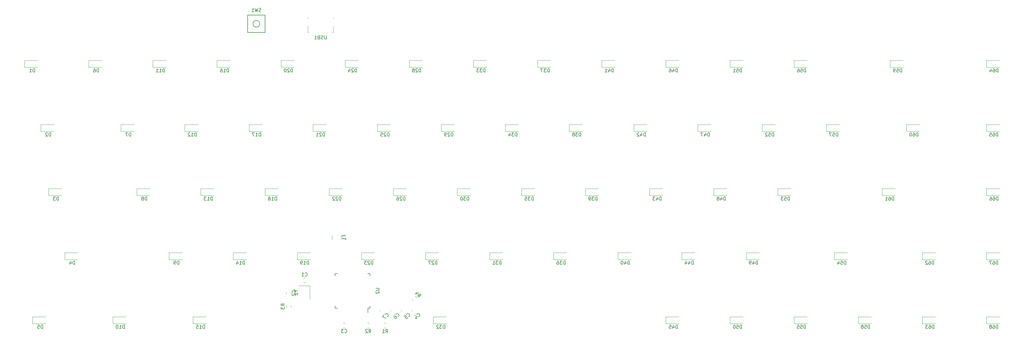
<source format=gbr>
G04 #@! TF.GenerationSoftware,KiCad,Pcbnew,(5.1.5)-3*
G04 #@! TF.CreationDate,2020-05-05T16:11:28-04:00*
G04 #@! TF.ProjectId,TheSedan,54686553-6564-4616-9e2e-6b696361645f,rev?*
G04 #@! TF.SameCoordinates,Original*
G04 #@! TF.FileFunction,Legend,Bot*
G04 #@! TF.FilePolarity,Positive*
%FSLAX46Y46*%
G04 Gerber Fmt 4.6, Leading zero omitted, Abs format (unit mm)*
G04 Created by KiCad (PCBNEW (5.1.5)-3) date 2020-05-05 16:11:28*
%MOMM*%
%LPD*%
G04 APERTURE LIST*
%ADD10C,0.120000*%
%ADD11C,0.150000*%
G04 APERTURE END LIST*
D10*
X482064828Y-149935000D02*
X481547672Y-149935000D01*
X482064828Y-148515000D02*
X481547672Y-148515000D01*
X489971250Y-137127064D02*
X489971250Y-135922936D01*
X492691250Y-137127064D02*
X492691250Y-135922936D01*
X482758750Y-71218750D02*
X482758750Y-71478750D01*
X482758750Y-73758750D02*
X482758750Y-75528750D01*
X482758750Y-75528750D02*
X483138750Y-75528750D01*
X490378750Y-75528750D02*
X490378750Y-73758750D01*
X490378750Y-71478750D02*
X490378750Y-71218750D01*
X490378750Y-75528750D02*
X489998750Y-75528750D01*
X483400000Y-150887500D02*
X483400000Y-154887500D01*
X480100000Y-150887500D02*
X483400000Y-150887500D01*
D11*
X500693750Y-157575000D02*
X500693750Y-158850000D01*
X501268750Y-147225000D02*
X501268750Y-147900000D01*
X490918750Y-147225000D02*
X490918750Y-147900000D01*
X490918750Y-157575000D02*
X490918750Y-156900000D01*
X501268750Y-157575000D02*
X501268750Y-156900000D01*
X490918750Y-157575000D02*
X491593750Y-157575000D01*
X490918750Y-147225000D02*
X491593750Y-147225000D01*
X501268750Y-147225000D02*
X500593750Y-147225000D01*
X501268750Y-157575000D02*
X500693750Y-157575000D01*
X464918750Y-75625000D02*
X470118750Y-75625000D01*
X470118750Y-75625000D02*
X470118750Y-70425000D01*
X470118750Y-70425000D02*
X464918750Y-70425000D01*
X464918750Y-70425000D02*
X464918750Y-75625000D01*
X468518750Y-73025000D02*
G75*
G03X468518750Y-73025000I-1000000J0D01*
G01*
D10*
X514030796Y-155322388D02*
X513665112Y-154956704D01*
X515034888Y-154318296D02*
X514669204Y-153952612D01*
X477753750Y-156760172D02*
X477753750Y-157277328D01*
X476333750Y-156760172D02*
X476333750Y-157277328D01*
X500453922Y-162008750D02*
X500971078Y-162008750D01*
X500453922Y-163428750D02*
X500971078Y-163428750D01*
X505503922Y-162008750D02*
X506021078Y-162008750D01*
X505503922Y-163428750D02*
X506021078Y-163428750D01*
X684343750Y-162131250D02*
X688243750Y-162131250D01*
X684343750Y-160131250D02*
X688243750Y-160131250D01*
X684343750Y-162131250D02*
X684343750Y-160131250D01*
X684343750Y-143081250D02*
X688243750Y-143081250D01*
X684343750Y-141081250D02*
X688243750Y-141081250D01*
X684343750Y-143081250D02*
X684343750Y-141081250D01*
X684406250Y-124031250D02*
X688306250Y-124031250D01*
X684406250Y-122031250D02*
X688306250Y-122031250D01*
X684406250Y-124031250D02*
X684406250Y-122031250D01*
X684343750Y-104981250D02*
X688243750Y-104981250D01*
X684343750Y-102981250D02*
X688243750Y-102981250D01*
X684343750Y-104981250D02*
X684343750Y-102981250D01*
X684406250Y-85931250D02*
X688306250Y-85931250D01*
X684406250Y-83931250D02*
X688306250Y-83931250D01*
X684406250Y-85931250D02*
X684406250Y-83931250D01*
X665356250Y-162131250D02*
X669256250Y-162131250D01*
X665356250Y-160131250D02*
X669256250Y-160131250D01*
X665356250Y-162131250D02*
X665356250Y-160131250D01*
X665293750Y-143081250D02*
X669193750Y-143081250D01*
X665293750Y-141081250D02*
X669193750Y-141081250D01*
X665293750Y-143081250D02*
X665293750Y-141081250D01*
X653387500Y-124031250D02*
X657287500Y-124031250D01*
X653387500Y-122031250D02*
X657287500Y-122031250D01*
X653387500Y-124031250D02*
X653387500Y-122031250D01*
X660593750Y-104981250D02*
X664493750Y-104981250D01*
X660593750Y-102981250D02*
X664493750Y-102981250D01*
X660593750Y-104981250D02*
X660593750Y-102981250D01*
X655768750Y-85931250D02*
X659668750Y-85931250D01*
X655768750Y-83931250D02*
X659668750Y-83931250D01*
X655768750Y-85931250D02*
X655768750Y-83931250D01*
X646243750Y-162131250D02*
X650143750Y-162131250D01*
X646243750Y-160131250D02*
X650143750Y-160131250D01*
X646243750Y-162131250D02*
X646243750Y-160131250D01*
X636781250Y-104981250D02*
X640681250Y-104981250D01*
X636781250Y-102981250D02*
X640681250Y-102981250D01*
X636781250Y-104981250D02*
X636781250Y-102981250D01*
X627256250Y-85931250D02*
X631156250Y-85931250D01*
X627256250Y-83931250D02*
X631156250Y-83931250D01*
X627256250Y-85931250D02*
X627256250Y-83931250D01*
X627193750Y-162131250D02*
X631093750Y-162131250D01*
X627193750Y-160131250D02*
X631093750Y-160131250D01*
X627193750Y-162131250D02*
X627193750Y-160131250D01*
X639162500Y-143081250D02*
X643062500Y-143081250D01*
X639162500Y-141081250D02*
X643062500Y-141081250D01*
X639162500Y-143081250D02*
X639162500Y-141081250D01*
X622431250Y-124031250D02*
X626331250Y-124031250D01*
X622431250Y-122031250D02*
X626331250Y-122031250D01*
X622431250Y-124031250D02*
X622431250Y-122031250D01*
X617731250Y-104981250D02*
X621631250Y-104981250D01*
X617731250Y-102981250D02*
X621631250Y-102981250D01*
X617731250Y-104981250D02*
X617731250Y-102981250D01*
X608206250Y-85931250D02*
X612106250Y-85931250D01*
X608206250Y-83931250D02*
X612106250Y-83931250D01*
X608206250Y-85931250D02*
X608206250Y-83931250D01*
X608206250Y-162131250D02*
X612106250Y-162131250D01*
X608206250Y-160131250D02*
X612106250Y-160131250D01*
X608206250Y-162131250D02*
X608206250Y-160131250D01*
X612968750Y-143081250D02*
X616868750Y-143081250D01*
X612968750Y-141081250D02*
X616868750Y-141081250D01*
X612968750Y-143081250D02*
X612968750Y-141081250D01*
X603381250Y-124031250D02*
X607281250Y-124031250D01*
X603381250Y-122031250D02*
X607281250Y-122031250D01*
X603381250Y-124031250D02*
X603381250Y-122031250D01*
X598618750Y-104981250D02*
X602518750Y-104981250D01*
X598618750Y-102981250D02*
X602518750Y-102981250D01*
X598618750Y-104981250D02*
X598618750Y-102981250D01*
X589156250Y-85931250D02*
X593056250Y-85931250D01*
X589156250Y-83931250D02*
X593056250Y-83931250D01*
X589156250Y-85931250D02*
X589156250Y-83931250D01*
X589156250Y-162131250D02*
X593056250Y-162131250D01*
X589156250Y-160131250D02*
X593056250Y-160131250D01*
X589156250Y-162131250D02*
X589156250Y-160131250D01*
X593856250Y-143081250D02*
X597756250Y-143081250D01*
X593856250Y-141081250D02*
X597756250Y-141081250D01*
X593856250Y-143081250D02*
X593856250Y-141081250D01*
X584331250Y-124031250D02*
X588231250Y-124031250D01*
X584331250Y-122031250D02*
X588231250Y-122031250D01*
X584331250Y-124031250D02*
X584331250Y-122031250D01*
X579631250Y-104981250D02*
X583531250Y-104981250D01*
X579631250Y-102981250D02*
X583531250Y-102981250D01*
X579631250Y-104981250D02*
X579631250Y-102981250D01*
X570106250Y-85931250D02*
X574006250Y-85931250D01*
X570106250Y-83931250D02*
X574006250Y-83931250D01*
X570106250Y-85931250D02*
X570106250Y-83931250D01*
X574868750Y-143081250D02*
X578768750Y-143081250D01*
X574868750Y-141081250D02*
X578768750Y-141081250D01*
X574868750Y-143081250D02*
X574868750Y-141081250D01*
X565281250Y-124031250D02*
X569181250Y-124031250D01*
X565281250Y-122031250D02*
X569181250Y-122031250D01*
X565281250Y-124031250D02*
X565281250Y-122031250D01*
X560456250Y-104981250D02*
X564356250Y-104981250D01*
X560456250Y-102981250D02*
X564356250Y-102981250D01*
X560456250Y-104981250D02*
X560456250Y-102981250D01*
X551056250Y-85931250D02*
X554956250Y-85931250D01*
X551056250Y-83931250D02*
X554956250Y-83931250D01*
X551056250Y-85931250D02*
X551056250Y-83931250D01*
X555756250Y-143081250D02*
X559656250Y-143081250D01*
X555756250Y-141081250D02*
X559656250Y-141081250D01*
X555756250Y-143081250D02*
X555756250Y-141081250D01*
X546293750Y-124031250D02*
X550193750Y-124031250D01*
X546293750Y-122031250D02*
X550193750Y-122031250D01*
X546293750Y-124031250D02*
X546293750Y-122031250D01*
X541468750Y-104981250D02*
X545368750Y-104981250D01*
X541468750Y-102981250D02*
X545368750Y-102981250D01*
X541468750Y-104981250D02*
X541468750Y-102981250D01*
X532006250Y-85931250D02*
X535906250Y-85931250D01*
X532006250Y-83931250D02*
X535906250Y-83931250D01*
X532006250Y-85931250D02*
X532006250Y-83931250D01*
X520037500Y-162131250D02*
X523937500Y-162131250D01*
X520037500Y-160131250D02*
X523937500Y-160131250D01*
X520037500Y-162131250D02*
X520037500Y-160131250D01*
X536768750Y-143081250D02*
X540668750Y-143081250D01*
X536768750Y-141081250D02*
X540668750Y-141081250D01*
X536768750Y-143081250D02*
X536768750Y-141081250D01*
X527181250Y-124031250D02*
X531081250Y-124031250D01*
X527181250Y-122031250D02*
X531081250Y-122031250D01*
X527181250Y-124031250D02*
X527181250Y-122031250D01*
X522418750Y-104981250D02*
X526318750Y-104981250D01*
X522418750Y-102981250D02*
X526318750Y-102981250D01*
X522418750Y-104981250D02*
X522418750Y-102981250D01*
X512893750Y-85931250D02*
X516793750Y-85931250D01*
X512893750Y-83931250D02*
X516793750Y-83931250D01*
X512893750Y-85931250D02*
X512893750Y-83931250D01*
X517718750Y-143081250D02*
X521618750Y-143081250D01*
X517718750Y-141081250D02*
X521618750Y-141081250D01*
X517718750Y-143081250D02*
X517718750Y-141081250D01*
X508193750Y-124031250D02*
X512093750Y-124031250D01*
X508193750Y-122031250D02*
X512093750Y-122031250D01*
X508193750Y-124031250D02*
X508193750Y-122031250D01*
X503431250Y-104981250D02*
X507331250Y-104981250D01*
X503431250Y-102981250D02*
X507331250Y-102981250D01*
X503431250Y-104981250D02*
X503431250Y-102981250D01*
X493843750Y-85931250D02*
X497743750Y-85931250D01*
X493843750Y-83931250D02*
X497743750Y-83931250D01*
X493843750Y-85931250D02*
X493843750Y-83931250D01*
X498668750Y-143081250D02*
X502568750Y-143081250D01*
X498668750Y-141081250D02*
X502568750Y-141081250D01*
X498668750Y-143081250D02*
X498668750Y-141081250D01*
X489143750Y-124031250D02*
X493043750Y-124031250D01*
X489143750Y-122031250D02*
X493043750Y-122031250D01*
X489143750Y-124031250D02*
X489143750Y-122031250D01*
X484318750Y-104981250D02*
X488218750Y-104981250D01*
X484318750Y-102981250D02*
X488218750Y-102981250D01*
X484318750Y-104981250D02*
X484318750Y-102981250D01*
X474793750Y-85931250D02*
X478693750Y-85931250D01*
X474793750Y-83931250D02*
X478693750Y-83931250D01*
X474793750Y-85931250D02*
X474793750Y-83931250D01*
X479618750Y-143081250D02*
X483518750Y-143081250D01*
X479618750Y-141081250D02*
X483518750Y-141081250D01*
X479618750Y-143081250D02*
X479618750Y-141081250D01*
X470093750Y-124031250D02*
X473993750Y-124031250D01*
X470093750Y-122031250D02*
X473993750Y-122031250D01*
X470093750Y-124031250D02*
X470093750Y-122031250D01*
X465331250Y-104981250D02*
X469231250Y-104981250D01*
X465331250Y-102981250D02*
X469231250Y-102981250D01*
X465331250Y-104981250D02*
X465331250Y-102981250D01*
X455806250Y-85931250D02*
X459706250Y-85931250D01*
X455806250Y-83931250D02*
X459706250Y-83931250D01*
X455806250Y-85931250D02*
X455806250Y-83931250D01*
X448662500Y-162131250D02*
X452562500Y-162131250D01*
X448662500Y-160131250D02*
X452562500Y-160131250D01*
X448662500Y-162131250D02*
X448662500Y-160131250D01*
X460568750Y-143081250D02*
X464468750Y-143081250D01*
X460568750Y-141081250D02*
X464468750Y-141081250D01*
X460568750Y-143081250D02*
X460568750Y-141081250D01*
X450981250Y-124031250D02*
X454881250Y-124031250D01*
X450981250Y-122031250D02*
X454881250Y-122031250D01*
X450981250Y-124031250D02*
X450981250Y-122031250D01*
X446218750Y-104981250D02*
X450118750Y-104981250D01*
X446218750Y-102981250D02*
X450118750Y-102981250D01*
X446218750Y-104981250D02*
X446218750Y-102981250D01*
X436756250Y-85931250D02*
X440656250Y-85931250D01*
X436756250Y-83931250D02*
X440656250Y-83931250D01*
X436756250Y-85931250D02*
X436756250Y-83931250D01*
X424850000Y-162131250D02*
X428750000Y-162131250D01*
X424850000Y-160131250D02*
X428750000Y-160131250D01*
X424850000Y-162131250D02*
X424850000Y-160131250D01*
X441518750Y-143081250D02*
X445418750Y-143081250D01*
X441518750Y-141081250D02*
X445418750Y-141081250D01*
X441518750Y-143081250D02*
X441518750Y-141081250D01*
X431993750Y-124031250D02*
X435893750Y-124031250D01*
X431993750Y-122031250D02*
X435893750Y-122031250D01*
X431993750Y-124031250D02*
X431993750Y-122031250D01*
X427231250Y-104981250D02*
X431131250Y-104981250D01*
X427231250Y-102981250D02*
X431131250Y-102981250D01*
X427231250Y-104981250D02*
X427231250Y-102981250D01*
X417643750Y-85931250D02*
X421543750Y-85931250D01*
X417643750Y-83931250D02*
X421543750Y-83931250D01*
X417643750Y-85931250D02*
X417643750Y-83931250D01*
X401037500Y-162131250D02*
X404937500Y-162131250D01*
X401037500Y-160131250D02*
X404937500Y-160131250D01*
X401037500Y-162131250D02*
X401037500Y-160131250D01*
X410562500Y-143081250D02*
X414462500Y-143081250D01*
X410562500Y-141081250D02*
X414462500Y-141081250D01*
X410562500Y-143081250D02*
X410562500Y-141081250D01*
X405737500Y-124031250D02*
X409637500Y-124031250D01*
X405737500Y-122031250D02*
X409637500Y-122031250D01*
X405737500Y-124031250D02*
X405737500Y-122031250D01*
X403418750Y-104981250D02*
X407318750Y-104981250D01*
X403418750Y-102981250D02*
X407318750Y-102981250D01*
X403418750Y-104981250D02*
X403418750Y-102981250D01*
X398656250Y-85931250D02*
X402556250Y-85931250D01*
X398656250Y-83931250D02*
X402556250Y-83931250D01*
X398656250Y-85931250D02*
X398656250Y-83931250D01*
X504140112Y-158430796D02*
X504505796Y-158065112D01*
X505144204Y-159434888D02*
X505509888Y-159069204D01*
X507315112Y-158430796D02*
X507680796Y-158065112D01*
X508319204Y-159434888D02*
X508684888Y-159069204D01*
X510490112Y-158430796D02*
X510855796Y-158065112D01*
X511494204Y-159434888D02*
X511859888Y-159069204D01*
X513534275Y-158430796D02*
X513899959Y-158065112D01*
X514538367Y-159434888D02*
X514904051Y-159069204D01*
X493310172Y-162008750D02*
X493827328Y-162008750D01*
X493310172Y-163428750D02*
X493827328Y-163428750D01*
X476333750Y-153308578D02*
X476333750Y-152791422D01*
X477753750Y-153308578D02*
X477753750Y-152791422D01*
D11*
X481972916Y-147932142D02*
X482020535Y-147979761D01*
X482163392Y-148027380D01*
X482258630Y-148027380D01*
X482401488Y-147979761D01*
X482496726Y-147884523D01*
X482544345Y-147789285D01*
X482591964Y-147598809D01*
X482591964Y-147455952D01*
X482544345Y-147265476D01*
X482496726Y-147170238D01*
X482401488Y-147075000D01*
X482258630Y-147027380D01*
X482163392Y-147027380D01*
X482020535Y-147075000D01*
X481972916Y-147122619D01*
X481020535Y-148027380D02*
X481591964Y-148027380D01*
X481306250Y-148027380D02*
X481306250Y-147027380D01*
X481401488Y-147170238D01*
X481496726Y-147265476D01*
X481591964Y-147313095D01*
X493539821Y-136191666D02*
X493539821Y-135858333D01*
X494063630Y-135858333D02*
X493063630Y-135858333D01*
X493063630Y-136334523D01*
X494063630Y-137239285D02*
X494063630Y-136667857D01*
X494063630Y-136953571D02*
X493063630Y-136953571D01*
X493206488Y-136858333D01*
X493301726Y-136763095D01*
X493349345Y-136667857D01*
X488306845Y-76571130D02*
X488306845Y-77380654D01*
X488259226Y-77475892D01*
X488211607Y-77523511D01*
X488116369Y-77571130D01*
X487925892Y-77571130D01*
X487830654Y-77523511D01*
X487783035Y-77475892D01*
X487735416Y-77380654D01*
X487735416Y-76571130D01*
X487306845Y-77523511D02*
X487163988Y-77571130D01*
X486925892Y-77571130D01*
X486830654Y-77523511D01*
X486783035Y-77475892D01*
X486735416Y-77380654D01*
X486735416Y-77285416D01*
X486783035Y-77190178D01*
X486830654Y-77142559D01*
X486925892Y-77094940D01*
X487116369Y-77047321D01*
X487211607Y-76999702D01*
X487259226Y-76952083D01*
X487306845Y-76856845D01*
X487306845Y-76761607D01*
X487259226Y-76666369D01*
X487211607Y-76618750D01*
X487116369Y-76571130D01*
X486878273Y-76571130D01*
X486735416Y-76618750D01*
X485973511Y-77047321D02*
X485830654Y-77094940D01*
X485783035Y-77142559D01*
X485735416Y-77237797D01*
X485735416Y-77380654D01*
X485783035Y-77475892D01*
X485830654Y-77523511D01*
X485925892Y-77571130D01*
X486306845Y-77571130D01*
X486306845Y-76571130D01*
X485973511Y-76571130D01*
X485878273Y-76618750D01*
X485830654Y-76666369D01*
X485783035Y-76761607D01*
X485783035Y-76856845D01*
X485830654Y-76952083D01*
X485878273Y-76999702D01*
X485973511Y-77047321D01*
X486306845Y-77047321D01*
X484783035Y-77571130D02*
X485354464Y-77571130D01*
X485068750Y-77571130D02*
X485068750Y-76571130D01*
X485163988Y-76713988D01*
X485259226Y-76809226D01*
X485354464Y-76856845D01*
X479276190Y-152411309D02*
X479752380Y-152411309D01*
X478752380Y-152077976D02*
X479276190Y-152411309D01*
X478752380Y-152744642D01*
X479752380Y-153601785D02*
X479752380Y-153030357D01*
X479752380Y-153316071D02*
X478752380Y-153316071D01*
X478895238Y-153220833D01*
X478990476Y-153125595D01*
X479038095Y-153030357D01*
X502996130Y-151638095D02*
X503805654Y-151638095D01*
X503900892Y-151685714D01*
X503948511Y-151733333D01*
X503996130Y-151828571D01*
X503996130Y-152019047D01*
X503948511Y-152114285D01*
X503900892Y-152161904D01*
X503805654Y-152209523D01*
X502996130Y-152209523D01*
X503091369Y-152638095D02*
X503043750Y-152685714D01*
X502996130Y-152780952D01*
X502996130Y-153019047D01*
X503043750Y-153114285D01*
X503091369Y-153161904D01*
X503186607Y-153209523D01*
X503281845Y-153209523D01*
X503424702Y-153161904D01*
X503996130Y-152590476D01*
X503996130Y-153209523D01*
X468852083Y-69365761D02*
X468709226Y-69413380D01*
X468471130Y-69413380D01*
X468375892Y-69365761D01*
X468328273Y-69318142D01*
X468280654Y-69222904D01*
X468280654Y-69127666D01*
X468328273Y-69032428D01*
X468375892Y-68984809D01*
X468471130Y-68937190D01*
X468661607Y-68889571D01*
X468756845Y-68841952D01*
X468804464Y-68794333D01*
X468852083Y-68699095D01*
X468852083Y-68603857D01*
X468804464Y-68508619D01*
X468756845Y-68461000D01*
X468661607Y-68413380D01*
X468423511Y-68413380D01*
X468280654Y-68461000D01*
X467947321Y-68413380D02*
X467709226Y-69413380D01*
X467518750Y-68699095D01*
X467328273Y-69413380D01*
X467090178Y-68413380D01*
X466185416Y-69413380D02*
X466756845Y-69413380D01*
X466471130Y-69413380D02*
X466471130Y-68413380D01*
X466566369Y-68556238D01*
X466661607Y-68651476D01*
X466756845Y-68699095D01*
X515314695Y-153908506D02*
X515887115Y-153807491D01*
X515718756Y-154312567D02*
X516425863Y-153605461D01*
X516156489Y-153336086D01*
X516055474Y-153302415D01*
X515988130Y-153302415D01*
X515887115Y-153336086D01*
X515786100Y-153437102D01*
X515752428Y-153538117D01*
X515752428Y-153605461D01*
X515786100Y-153706476D01*
X516055474Y-153975850D01*
X515180008Y-152831010D02*
X514708603Y-153302415D01*
X515617741Y-152729995D02*
X515281023Y-153403430D01*
X514843290Y-152965697D01*
X475846130Y-156852083D02*
X475369940Y-156518750D01*
X475846130Y-156280654D02*
X474846130Y-156280654D01*
X474846130Y-156661607D01*
X474893750Y-156756845D01*
X474941369Y-156804464D01*
X475036607Y-156852083D01*
X475179464Y-156852083D01*
X475274702Y-156804464D01*
X475322321Y-156756845D01*
X475369940Y-156661607D01*
X475369940Y-156280654D01*
X474846130Y-157185416D02*
X474846130Y-157804464D01*
X475227083Y-157471130D01*
X475227083Y-157613988D01*
X475274702Y-157709226D01*
X475322321Y-157756845D01*
X475417559Y-157804464D01*
X475655654Y-157804464D01*
X475750892Y-157756845D01*
X475798511Y-157709226D01*
X475846130Y-157613988D01*
X475846130Y-157328273D01*
X475798511Y-157233035D01*
X475750892Y-157185416D01*
X500879166Y-164821130D02*
X501212500Y-164344940D01*
X501450595Y-164821130D02*
X501450595Y-163821130D01*
X501069642Y-163821130D01*
X500974404Y-163868750D01*
X500926785Y-163916369D01*
X500879166Y-164011607D01*
X500879166Y-164154464D01*
X500926785Y-164249702D01*
X500974404Y-164297321D01*
X501069642Y-164344940D01*
X501450595Y-164344940D01*
X500498214Y-163916369D02*
X500450595Y-163868750D01*
X500355357Y-163821130D01*
X500117261Y-163821130D01*
X500022023Y-163868750D01*
X499974404Y-163916369D01*
X499926785Y-164011607D01*
X499926785Y-164106845D01*
X499974404Y-164249702D01*
X500545833Y-164821130D01*
X499926785Y-164821130D01*
X505929166Y-164821130D02*
X506262500Y-164344940D01*
X506500595Y-164821130D02*
X506500595Y-163821130D01*
X506119642Y-163821130D01*
X506024404Y-163868750D01*
X505976785Y-163916369D01*
X505929166Y-164011607D01*
X505929166Y-164154464D01*
X505976785Y-164249702D01*
X506024404Y-164297321D01*
X506119642Y-164344940D01*
X506500595Y-164344940D01*
X504976785Y-164821130D02*
X505548214Y-164821130D01*
X505262500Y-164821130D02*
X505262500Y-163821130D01*
X505357738Y-163963988D01*
X505452976Y-164059226D01*
X505548214Y-164106845D01*
X687808035Y-163583631D02*
X687808035Y-162583631D01*
X687569940Y-162583631D01*
X687427083Y-162631251D01*
X687331845Y-162726489D01*
X687284226Y-162821727D01*
X687236607Y-163012203D01*
X687236607Y-163155060D01*
X687284226Y-163345536D01*
X687331845Y-163440774D01*
X687427083Y-163536012D01*
X687569940Y-163583631D01*
X687808035Y-163583631D01*
X686379464Y-162583631D02*
X686569940Y-162583631D01*
X686665178Y-162631251D01*
X686712797Y-162678870D01*
X686808035Y-162821727D01*
X686855654Y-163012203D01*
X686855654Y-163393155D01*
X686808035Y-163488393D01*
X686760416Y-163536012D01*
X686665178Y-163583631D01*
X686474702Y-163583631D01*
X686379464Y-163536012D01*
X686331845Y-163488393D01*
X686284226Y-163393155D01*
X686284226Y-163155060D01*
X686331845Y-163059822D01*
X686379464Y-163012203D01*
X686474702Y-162964584D01*
X686665178Y-162964584D01*
X686760416Y-163012203D01*
X686808035Y-163059822D01*
X686855654Y-163155060D01*
X685712797Y-163012203D02*
X685808035Y-162964584D01*
X685855654Y-162916965D01*
X685903273Y-162821727D01*
X685903273Y-162774108D01*
X685855654Y-162678870D01*
X685808035Y-162631251D01*
X685712797Y-162583631D01*
X685522321Y-162583631D01*
X685427083Y-162631251D01*
X685379464Y-162678870D01*
X685331845Y-162774108D01*
X685331845Y-162821727D01*
X685379464Y-162916965D01*
X685427083Y-162964584D01*
X685522321Y-163012203D01*
X685712797Y-163012203D01*
X685808035Y-163059822D01*
X685855654Y-163107441D01*
X685903273Y-163202679D01*
X685903273Y-163393155D01*
X685855654Y-163488393D01*
X685808035Y-163536012D01*
X685712797Y-163583631D01*
X685522321Y-163583631D01*
X685427083Y-163536012D01*
X685379464Y-163488393D01*
X685331845Y-163393155D01*
X685331845Y-163202679D01*
X685379464Y-163107441D01*
X685427083Y-163059822D01*
X685522321Y-163012203D01*
X687808035Y-144533631D02*
X687808035Y-143533631D01*
X687569940Y-143533631D01*
X687427083Y-143581251D01*
X687331845Y-143676489D01*
X687284226Y-143771727D01*
X687236607Y-143962203D01*
X687236607Y-144105060D01*
X687284226Y-144295536D01*
X687331845Y-144390774D01*
X687427083Y-144486012D01*
X687569940Y-144533631D01*
X687808035Y-144533631D01*
X686379464Y-143533631D02*
X686569940Y-143533631D01*
X686665178Y-143581251D01*
X686712797Y-143628870D01*
X686808035Y-143771727D01*
X686855654Y-143962203D01*
X686855654Y-144343155D01*
X686808035Y-144438393D01*
X686760416Y-144486012D01*
X686665178Y-144533631D01*
X686474702Y-144533631D01*
X686379464Y-144486012D01*
X686331845Y-144438393D01*
X686284226Y-144343155D01*
X686284226Y-144105060D01*
X686331845Y-144009822D01*
X686379464Y-143962203D01*
X686474702Y-143914584D01*
X686665178Y-143914584D01*
X686760416Y-143962203D01*
X686808035Y-144009822D01*
X686855654Y-144105060D01*
X685950892Y-143533631D02*
X685284226Y-143533631D01*
X685712797Y-144533631D01*
X687870535Y-125483631D02*
X687870535Y-124483631D01*
X687632440Y-124483631D01*
X687489583Y-124531251D01*
X687394345Y-124626489D01*
X687346726Y-124721727D01*
X687299107Y-124912203D01*
X687299107Y-125055060D01*
X687346726Y-125245536D01*
X687394345Y-125340774D01*
X687489583Y-125436012D01*
X687632440Y-125483631D01*
X687870535Y-125483631D01*
X686441964Y-124483631D02*
X686632440Y-124483631D01*
X686727678Y-124531251D01*
X686775297Y-124578870D01*
X686870535Y-124721727D01*
X686918154Y-124912203D01*
X686918154Y-125293155D01*
X686870535Y-125388393D01*
X686822916Y-125436012D01*
X686727678Y-125483631D01*
X686537202Y-125483631D01*
X686441964Y-125436012D01*
X686394345Y-125388393D01*
X686346726Y-125293155D01*
X686346726Y-125055060D01*
X686394345Y-124959822D01*
X686441964Y-124912203D01*
X686537202Y-124864584D01*
X686727678Y-124864584D01*
X686822916Y-124912203D01*
X686870535Y-124959822D01*
X686918154Y-125055060D01*
X685489583Y-124483631D02*
X685680059Y-124483631D01*
X685775297Y-124531251D01*
X685822916Y-124578870D01*
X685918154Y-124721727D01*
X685965773Y-124912203D01*
X685965773Y-125293155D01*
X685918154Y-125388393D01*
X685870535Y-125436012D01*
X685775297Y-125483631D01*
X685584821Y-125483631D01*
X685489583Y-125436012D01*
X685441964Y-125388393D01*
X685394345Y-125293155D01*
X685394345Y-125055060D01*
X685441964Y-124959822D01*
X685489583Y-124912203D01*
X685584821Y-124864584D01*
X685775297Y-124864584D01*
X685870535Y-124912203D01*
X685918154Y-124959822D01*
X685965773Y-125055060D01*
X687808035Y-106433631D02*
X687808035Y-105433631D01*
X687569940Y-105433631D01*
X687427083Y-105481251D01*
X687331845Y-105576489D01*
X687284226Y-105671727D01*
X687236607Y-105862203D01*
X687236607Y-106005060D01*
X687284226Y-106195536D01*
X687331845Y-106290774D01*
X687427083Y-106386012D01*
X687569940Y-106433631D01*
X687808035Y-106433631D01*
X686379464Y-105433631D02*
X686569940Y-105433631D01*
X686665178Y-105481251D01*
X686712797Y-105528870D01*
X686808035Y-105671727D01*
X686855654Y-105862203D01*
X686855654Y-106243155D01*
X686808035Y-106338393D01*
X686760416Y-106386012D01*
X686665178Y-106433631D01*
X686474702Y-106433631D01*
X686379464Y-106386012D01*
X686331845Y-106338393D01*
X686284226Y-106243155D01*
X686284226Y-106005060D01*
X686331845Y-105909822D01*
X686379464Y-105862203D01*
X686474702Y-105814584D01*
X686665178Y-105814584D01*
X686760416Y-105862203D01*
X686808035Y-105909822D01*
X686855654Y-106005060D01*
X685379464Y-105433631D02*
X685855654Y-105433631D01*
X685903273Y-105909822D01*
X685855654Y-105862203D01*
X685760416Y-105814584D01*
X685522321Y-105814584D01*
X685427083Y-105862203D01*
X685379464Y-105909822D01*
X685331845Y-106005060D01*
X685331845Y-106243155D01*
X685379464Y-106338393D01*
X685427083Y-106386012D01*
X685522321Y-106433631D01*
X685760416Y-106433631D01*
X685855654Y-106386012D01*
X685903273Y-106338393D01*
X687870535Y-87383631D02*
X687870535Y-86383631D01*
X687632440Y-86383631D01*
X687489583Y-86431251D01*
X687394345Y-86526489D01*
X687346726Y-86621727D01*
X687299107Y-86812203D01*
X687299107Y-86955060D01*
X687346726Y-87145536D01*
X687394345Y-87240774D01*
X687489583Y-87336012D01*
X687632440Y-87383631D01*
X687870535Y-87383631D01*
X686441964Y-86383631D02*
X686632440Y-86383631D01*
X686727678Y-86431251D01*
X686775297Y-86478870D01*
X686870535Y-86621727D01*
X686918154Y-86812203D01*
X686918154Y-87193155D01*
X686870535Y-87288393D01*
X686822916Y-87336012D01*
X686727678Y-87383631D01*
X686537202Y-87383631D01*
X686441964Y-87336012D01*
X686394345Y-87288393D01*
X686346726Y-87193155D01*
X686346726Y-86955060D01*
X686394345Y-86859822D01*
X686441964Y-86812203D01*
X686537202Y-86764584D01*
X686727678Y-86764584D01*
X686822916Y-86812203D01*
X686870535Y-86859822D01*
X686918154Y-86955060D01*
X685489583Y-86716965D02*
X685489583Y-87383631D01*
X685727678Y-86336012D02*
X685965773Y-87050298D01*
X685346726Y-87050298D01*
X668820535Y-163583631D02*
X668820535Y-162583631D01*
X668582440Y-162583631D01*
X668439583Y-162631251D01*
X668344345Y-162726489D01*
X668296726Y-162821727D01*
X668249107Y-163012203D01*
X668249107Y-163155060D01*
X668296726Y-163345536D01*
X668344345Y-163440774D01*
X668439583Y-163536012D01*
X668582440Y-163583631D01*
X668820535Y-163583631D01*
X667391964Y-162583631D02*
X667582440Y-162583631D01*
X667677678Y-162631251D01*
X667725297Y-162678870D01*
X667820535Y-162821727D01*
X667868154Y-163012203D01*
X667868154Y-163393155D01*
X667820535Y-163488393D01*
X667772916Y-163536012D01*
X667677678Y-163583631D01*
X667487202Y-163583631D01*
X667391964Y-163536012D01*
X667344345Y-163488393D01*
X667296726Y-163393155D01*
X667296726Y-163155060D01*
X667344345Y-163059822D01*
X667391964Y-163012203D01*
X667487202Y-162964584D01*
X667677678Y-162964584D01*
X667772916Y-163012203D01*
X667820535Y-163059822D01*
X667868154Y-163155060D01*
X666963392Y-162583631D02*
X666344345Y-162583631D01*
X666677678Y-162964584D01*
X666534821Y-162964584D01*
X666439583Y-163012203D01*
X666391964Y-163059822D01*
X666344345Y-163155060D01*
X666344345Y-163393155D01*
X666391964Y-163488393D01*
X666439583Y-163536012D01*
X666534821Y-163583631D01*
X666820535Y-163583631D01*
X666915773Y-163536012D01*
X666963392Y-163488393D01*
X668758035Y-144533631D02*
X668758035Y-143533631D01*
X668519940Y-143533631D01*
X668377083Y-143581251D01*
X668281845Y-143676489D01*
X668234226Y-143771727D01*
X668186607Y-143962203D01*
X668186607Y-144105060D01*
X668234226Y-144295536D01*
X668281845Y-144390774D01*
X668377083Y-144486012D01*
X668519940Y-144533631D01*
X668758035Y-144533631D01*
X667329464Y-143533631D02*
X667519940Y-143533631D01*
X667615178Y-143581251D01*
X667662797Y-143628870D01*
X667758035Y-143771727D01*
X667805654Y-143962203D01*
X667805654Y-144343155D01*
X667758035Y-144438393D01*
X667710416Y-144486012D01*
X667615178Y-144533631D01*
X667424702Y-144533631D01*
X667329464Y-144486012D01*
X667281845Y-144438393D01*
X667234226Y-144343155D01*
X667234226Y-144105060D01*
X667281845Y-144009822D01*
X667329464Y-143962203D01*
X667424702Y-143914584D01*
X667615178Y-143914584D01*
X667710416Y-143962203D01*
X667758035Y-144009822D01*
X667805654Y-144105060D01*
X666853273Y-143628870D02*
X666805654Y-143581251D01*
X666710416Y-143533631D01*
X666472321Y-143533631D01*
X666377083Y-143581251D01*
X666329464Y-143628870D01*
X666281845Y-143724108D01*
X666281845Y-143819346D01*
X666329464Y-143962203D01*
X666900892Y-144533631D01*
X666281845Y-144533631D01*
X656851785Y-125483631D02*
X656851785Y-124483631D01*
X656613690Y-124483631D01*
X656470833Y-124531251D01*
X656375595Y-124626489D01*
X656327976Y-124721727D01*
X656280357Y-124912203D01*
X656280357Y-125055060D01*
X656327976Y-125245536D01*
X656375595Y-125340774D01*
X656470833Y-125436012D01*
X656613690Y-125483631D01*
X656851785Y-125483631D01*
X655423214Y-124483631D02*
X655613690Y-124483631D01*
X655708928Y-124531251D01*
X655756547Y-124578870D01*
X655851785Y-124721727D01*
X655899404Y-124912203D01*
X655899404Y-125293155D01*
X655851785Y-125388393D01*
X655804166Y-125436012D01*
X655708928Y-125483631D01*
X655518452Y-125483631D01*
X655423214Y-125436012D01*
X655375595Y-125388393D01*
X655327976Y-125293155D01*
X655327976Y-125055060D01*
X655375595Y-124959822D01*
X655423214Y-124912203D01*
X655518452Y-124864584D01*
X655708928Y-124864584D01*
X655804166Y-124912203D01*
X655851785Y-124959822D01*
X655899404Y-125055060D01*
X654375595Y-125483631D02*
X654947023Y-125483631D01*
X654661309Y-125483631D02*
X654661309Y-124483631D01*
X654756547Y-124626489D01*
X654851785Y-124721727D01*
X654947023Y-124769346D01*
X664058035Y-106433631D02*
X664058035Y-105433631D01*
X663819940Y-105433631D01*
X663677083Y-105481251D01*
X663581845Y-105576489D01*
X663534226Y-105671727D01*
X663486607Y-105862203D01*
X663486607Y-106005060D01*
X663534226Y-106195536D01*
X663581845Y-106290774D01*
X663677083Y-106386012D01*
X663819940Y-106433631D01*
X664058035Y-106433631D01*
X662629464Y-105433631D02*
X662819940Y-105433631D01*
X662915178Y-105481251D01*
X662962797Y-105528870D01*
X663058035Y-105671727D01*
X663105654Y-105862203D01*
X663105654Y-106243155D01*
X663058035Y-106338393D01*
X663010416Y-106386012D01*
X662915178Y-106433631D01*
X662724702Y-106433631D01*
X662629464Y-106386012D01*
X662581845Y-106338393D01*
X662534226Y-106243155D01*
X662534226Y-106005060D01*
X662581845Y-105909822D01*
X662629464Y-105862203D01*
X662724702Y-105814584D01*
X662915178Y-105814584D01*
X663010416Y-105862203D01*
X663058035Y-105909822D01*
X663105654Y-106005060D01*
X661915178Y-105433631D02*
X661819940Y-105433631D01*
X661724702Y-105481251D01*
X661677083Y-105528870D01*
X661629464Y-105624108D01*
X661581845Y-105814584D01*
X661581845Y-106052679D01*
X661629464Y-106243155D01*
X661677083Y-106338393D01*
X661724702Y-106386012D01*
X661819940Y-106433631D01*
X661915178Y-106433631D01*
X662010416Y-106386012D01*
X662058035Y-106338393D01*
X662105654Y-106243155D01*
X662153273Y-106052679D01*
X662153273Y-105814584D01*
X662105654Y-105624108D01*
X662058035Y-105528870D01*
X662010416Y-105481251D01*
X661915178Y-105433631D01*
X659233035Y-87383631D02*
X659233035Y-86383631D01*
X658994940Y-86383631D01*
X658852083Y-86431251D01*
X658756845Y-86526489D01*
X658709226Y-86621727D01*
X658661607Y-86812203D01*
X658661607Y-86955060D01*
X658709226Y-87145536D01*
X658756845Y-87240774D01*
X658852083Y-87336012D01*
X658994940Y-87383631D01*
X659233035Y-87383631D01*
X657756845Y-86383631D02*
X658233035Y-86383631D01*
X658280654Y-86859822D01*
X658233035Y-86812203D01*
X658137797Y-86764584D01*
X657899702Y-86764584D01*
X657804464Y-86812203D01*
X657756845Y-86859822D01*
X657709226Y-86955060D01*
X657709226Y-87193155D01*
X657756845Y-87288393D01*
X657804464Y-87336012D01*
X657899702Y-87383631D01*
X658137797Y-87383631D01*
X658233035Y-87336012D01*
X658280654Y-87288393D01*
X657233035Y-87383631D02*
X657042559Y-87383631D01*
X656947321Y-87336012D01*
X656899702Y-87288393D01*
X656804464Y-87145536D01*
X656756845Y-86955060D01*
X656756845Y-86574108D01*
X656804464Y-86478870D01*
X656852083Y-86431251D01*
X656947321Y-86383631D01*
X657137797Y-86383631D01*
X657233035Y-86431251D01*
X657280654Y-86478870D01*
X657328273Y-86574108D01*
X657328273Y-86812203D01*
X657280654Y-86907441D01*
X657233035Y-86955060D01*
X657137797Y-87002679D01*
X656947321Y-87002679D01*
X656852083Y-86955060D01*
X656804464Y-86907441D01*
X656756845Y-86812203D01*
X649708035Y-163583631D02*
X649708035Y-162583631D01*
X649469940Y-162583631D01*
X649327083Y-162631251D01*
X649231845Y-162726489D01*
X649184226Y-162821727D01*
X649136607Y-163012203D01*
X649136607Y-163155060D01*
X649184226Y-163345536D01*
X649231845Y-163440774D01*
X649327083Y-163536012D01*
X649469940Y-163583631D01*
X649708035Y-163583631D01*
X648231845Y-162583631D02*
X648708035Y-162583631D01*
X648755654Y-163059822D01*
X648708035Y-163012203D01*
X648612797Y-162964584D01*
X648374702Y-162964584D01*
X648279464Y-163012203D01*
X648231845Y-163059822D01*
X648184226Y-163155060D01*
X648184226Y-163393155D01*
X648231845Y-163488393D01*
X648279464Y-163536012D01*
X648374702Y-163583631D01*
X648612797Y-163583631D01*
X648708035Y-163536012D01*
X648755654Y-163488393D01*
X647612797Y-163012203D02*
X647708035Y-162964584D01*
X647755654Y-162916965D01*
X647803273Y-162821727D01*
X647803273Y-162774108D01*
X647755654Y-162678870D01*
X647708035Y-162631251D01*
X647612797Y-162583631D01*
X647422321Y-162583631D01*
X647327083Y-162631251D01*
X647279464Y-162678870D01*
X647231845Y-162774108D01*
X647231845Y-162821727D01*
X647279464Y-162916965D01*
X647327083Y-162964584D01*
X647422321Y-163012203D01*
X647612797Y-163012203D01*
X647708035Y-163059822D01*
X647755654Y-163107441D01*
X647803273Y-163202679D01*
X647803273Y-163393155D01*
X647755654Y-163488393D01*
X647708035Y-163536012D01*
X647612797Y-163583631D01*
X647422321Y-163583631D01*
X647327083Y-163536012D01*
X647279464Y-163488393D01*
X647231845Y-163393155D01*
X647231845Y-163202679D01*
X647279464Y-163107441D01*
X647327083Y-163059822D01*
X647422321Y-163012203D01*
X640245535Y-106433631D02*
X640245535Y-105433631D01*
X640007440Y-105433631D01*
X639864583Y-105481251D01*
X639769345Y-105576489D01*
X639721726Y-105671727D01*
X639674107Y-105862203D01*
X639674107Y-106005060D01*
X639721726Y-106195536D01*
X639769345Y-106290774D01*
X639864583Y-106386012D01*
X640007440Y-106433631D01*
X640245535Y-106433631D01*
X638769345Y-105433631D02*
X639245535Y-105433631D01*
X639293154Y-105909822D01*
X639245535Y-105862203D01*
X639150297Y-105814584D01*
X638912202Y-105814584D01*
X638816964Y-105862203D01*
X638769345Y-105909822D01*
X638721726Y-106005060D01*
X638721726Y-106243155D01*
X638769345Y-106338393D01*
X638816964Y-106386012D01*
X638912202Y-106433631D01*
X639150297Y-106433631D01*
X639245535Y-106386012D01*
X639293154Y-106338393D01*
X638388392Y-105433631D02*
X637721726Y-105433631D01*
X638150297Y-106433631D01*
X630720535Y-87383631D02*
X630720535Y-86383631D01*
X630482440Y-86383631D01*
X630339583Y-86431251D01*
X630244345Y-86526489D01*
X630196726Y-86621727D01*
X630149107Y-86812203D01*
X630149107Y-86955060D01*
X630196726Y-87145536D01*
X630244345Y-87240774D01*
X630339583Y-87336012D01*
X630482440Y-87383631D01*
X630720535Y-87383631D01*
X629244345Y-86383631D02*
X629720535Y-86383631D01*
X629768154Y-86859822D01*
X629720535Y-86812203D01*
X629625297Y-86764584D01*
X629387202Y-86764584D01*
X629291964Y-86812203D01*
X629244345Y-86859822D01*
X629196726Y-86955060D01*
X629196726Y-87193155D01*
X629244345Y-87288393D01*
X629291964Y-87336012D01*
X629387202Y-87383631D01*
X629625297Y-87383631D01*
X629720535Y-87336012D01*
X629768154Y-87288393D01*
X628339583Y-86383631D02*
X628530059Y-86383631D01*
X628625297Y-86431251D01*
X628672916Y-86478870D01*
X628768154Y-86621727D01*
X628815773Y-86812203D01*
X628815773Y-87193155D01*
X628768154Y-87288393D01*
X628720535Y-87336012D01*
X628625297Y-87383631D01*
X628434821Y-87383631D01*
X628339583Y-87336012D01*
X628291964Y-87288393D01*
X628244345Y-87193155D01*
X628244345Y-86955060D01*
X628291964Y-86859822D01*
X628339583Y-86812203D01*
X628434821Y-86764584D01*
X628625297Y-86764584D01*
X628720535Y-86812203D01*
X628768154Y-86859822D01*
X628815773Y-86955060D01*
X630658035Y-163583631D02*
X630658035Y-162583631D01*
X630419940Y-162583631D01*
X630277083Y-162631251D01*
X630181845Y-162726489D01*
X630134226Y-162821727D01*
X630086607Y-163012203D01*
X630086607Y-163155060D01*
X630134226Y-163345536D01*
X630181845Y-163440774D01*
X630277083Y-163536012D01*
X630419940Y-163583631D01*
X630658035Y-163583631D01*
X629181845Y-162583631D02*
X629658035Y-162583631D01*
X629705654Y-163059822D01*
X629658035Y-163012203D01*
X629562797Y-162964584D01*
X629324702Y-162964584D01*
X629229464Y-163012203D01*
X629181845Y-163059822D01*
X629134226Y-163155060D01*
X629134226Y-163393155D01*
X629181845Y-163488393D01*
X629229464Y-163536012D01*
X629324702Y-163583631D01*
X629562797Y-163583631D01*
X629658035Y-163536012D01*
X629705654Y-163488393D01*
X628229464Y-162583631D02*
X628705654Y-162583631D01*
X628753273Y-163059822D01*
X628705654Y-163012203D01*
X628610416Y-162964584D01*
X628372321Y-162964584D01*
X628277083Y-163012203D01*
X628229464Y-163059822D01*
X628181845Y-163155060D01*
X628181845Y-163393155D01*
X628229464Y-163488393D01*
X628277083Y-163536012D01*
X628372321Y-163583631D01*
X628610416Y-163583631D01*
X628705654Y-163536012D01*
X628753273Y-163488393D01*
X642626785Y-144533631D02*
X642626785Y-143533631D01*
X642388690Y-143533631D01*
X642245833Y-143581251D01*
X642150595Y-143676489D01*
X642102976Y-143771727D01*
X642055357Y-143962203D01*
X642055357Y-144105060D01*
X642102976Y-144295536D01*
X642150595Y-144390774D01*
X642245833Y-144486012D01*
X642388690Y-144533631D01*
X642626785Y-144533631D01*
X641150595Y-143533631D02*
X641626785Y-143533631D01*
X641674404Y-144009822D01*
X641626785Y-143962203D01*
X641531547Y-143914584D01*
X641293452Y-143914584D01*
X641198214Y-143962203D01*
X641150595Y-144009822D01*
X641102976Y-144105060D01*
X641102976Y-144343155D01*
X641150595Y-144438393D01*
X641198214Y-144486012D01*
X641293452Y-144533631D01*
X641531547Y-144533631D01*
X641626785Y-144486012D01*
X641674404Y-144438393D01*
X640245833Y-143866965D02*
X640245833Y-144533631D01*
X640483928Y-143486012D02*
X640722023Y-144200298D01*
X640102976Y-144200298D01*
X625895535Y-125483631D02*
X625895535Y-124483631D01*
X625657440Y-124483631D01*
X625514583Y-124531251D01*
X625419345Y-124626489D01*
X625371726Y-124721727D01*
X625324107Y-124912203D01*
X625324107Y-125055060D01*
X625371726Y-125245536D01*
X625419345Y-125340774D01*
X625514583Y-125436012D01*
X625657440Y-125483631D01*
X625895535Y-125483631D01*
X624419345Y-124483631D02*
X624895535Y-124483631D01*
X624943154Y-124959822D01*
X624895535Y-124912203D01*
X624800297Y-124864584D01*
X624562202Y-124864584D01*
X624466964Y-124912203D01*
X624419345Y-124959822D01*
X624371726Y-125055060D01*
X624371726Y-125293155D01*
X624419345Y-125388393D01*
X624466964Y-125436012D01*
X624562202Y-125483631D01*
X624800297Y-125483631D01*
X624895535Y-125436012D01*
X624943154Y-125388393D01*
X624038392Y-124483631D02*
X623419345Y-124483631D01*
X623752678Y-124864584D01*
X623609821Y-124864584D01*
X623514583Y-124912203D01*
X623466964Y-124959822D01*
X623419345Y-125055060D01*
X623419345Y-125293155D01*
X623466964Y-125388393D01*
X623514583Y-125436012D01*
X623609821Y-125483631D01*
X623895535Y-125483631D01*
X623990773Y-125436012D01*
X624038392Y-125388393D01*
X621195535Y-106433631D02*
X621195535Y-105433631D01*
X620957440Y-105433631D01*
X620814583Y-105481251D01*
X620719345Y-105576489D01*
X620671726Y-105671727D01*
X620624107Y-105862203D01*
X620624107Y-106005060D01*
X620671726Y-106195536D01*
X620719345Y-106290774D01*
X620814583Y-106386012D01*
X620957440Y-106433631D01*
X621195535Y-106433631D01*
X619719345Y-105433631D02*
X620195535Y-105433631D01*
X620243154Y-105909822D01*
X620195535Y-105862203D01*
X620100297Y-105814584D01*
X619862202Y-105814584D01*
X619766964Y-105862203D01*
X619719345Y-105909822D01*
X619671726Y-106005060D01*
X619671726Y-106243155D01*
X619719345Y-106338393D01*
X619766964Y-106386012D01*
X619862202Y-106433631D01*
X620100297Y-106433631D01*
X620195535Y-106386012D01*
X620243154Y-106338393D01*
X619290773Y-105528870D02*
X619243154Y-105481251D01*
X619147916Y-105433631D01*
X618909821Y-105433631D01*
X618814583Y-105481251D01*
X618766964Y-105528870D01*
X618719345Y-105624108D01*
X618719345Y-105719346D01*
X618766964Y-105862203D01*
X619338392Y-106433631D01*
X618719345Y-106433631D01*
X611670535Y-87383631D02*
X611670535Y-86383631D01*
X611432440Y-86383631D01*
X611289583Y-86431251D01*
X611194345Y-86526489D01*
X611146726Y-86621727D01*
X611099107Y-86812203D01*
X611099107Y-86955060D01*
X611146726Y-87145536D01*
X611194345Y-87240774D01*
X611289583Y-87336012D01*
X611432440Y-87383631D01*
X611670535Y-87383631D01*
X610194345Y-86383631D02*
X610670535Y-86383631D01*
X610718154Y-86859822D01*
X610670535Y-86812203D01*
X610575297Y-86764584D01*
X610337202Y-86764584D01*
X610241964Y-86812203D01*
X610194345Y-86859822D01*
X610146726Y-86955060D01*
X610146726Y-87193155D01*
X610194345Y-87288393D01*
X610241964Y-87336012D01*
X610337202Y-87383631D01*
X610575297Y-87383631D01*
X610670535Y-87336012D01*
X610718154Y-87288393D01*
X609194345Y-87383631D02*
X609765773Y-87383631D01*
X609480059Y-87383631D02*
X609480059Y-86383631D01*
X609575297Y-86526489D01*
X609670535Y-86621727D01*
X609765773Y-86669346D01*
X611670535Y-163583631D02*
X611670535Y-162583631D01*
X611432440Y-162583631D01*
X611289583Y-162631251D01*
X611194345Y-162726489D01*
X611146726Y-162821727D01*
X611099107Y-163012203D01*
X611099107Y-163155060D01*
X611146726Y-163345536D01*
X611194345Y-163440774D01*
X611289583Y-163536012D01*
X611432440Y-163583631D01*
X611670535Y-163583631D01*
X610194345Y-162583631D02*
X610670535Y-162583631D01*
X610718154Y-163059822D01*
X610670535Y-163012203D01*
X610575297Y-162964584D01*
X610337202Y-162964584D01*
X610241964Y-163012203D01*
X610194345Y-163059822D01*
X610146726Y-163155060D01*
X610146726Y-163393155D01*
X610194345Y-163488393D01*
X610241964Y-163536012D01*
X610337202Y-163583631D01*
X610575297Y-163583631D01*
X610670535Y-163536012D01*
X610718154Y-163488393D01*
X609527678Y-162583631D02*
X609432440Y-162583631D01*
X609337202Y-162631251D01*
X609289583Y-162678870D01*
X609241964Y-162774108D01*
X609194345Y-162964584D01*
X609194345Y-163202679D01*
X609241964Y-163393155D01*
X609289583Y-163488393D01*
X609337202Y-163536012D01*
X609432440Y-163583631D01*
X609527678Y-163583631D01*
X609622916Y-163536012D01*
X609670535Y-163488393D01*
X609718154Y-163393155D01*
X609765773Y-163202679D01*
X609765773Y-162964584D01*
X609718154Y-162774108D01*
X609670535Y-162678870D01*
X609622916Y-162631251D01*
X609527678Y-162583631D01*
X616433035Y-144533631D02*
X616433035Y-143533631D01*
X616194940Y-143533631D01*
X616052083Y-143581251D01*
X615956845Y-143676489D01*
X615909226Y-143771727D01*
X615861607Y-143962203D01*
X615861607Y-144105060D01*
X615909226Y-144295536D01*
X615956845Y-144390774D01*
X616052083Y-144486012D01*
X616194940Y-144533631D01*
X616433035Y-144533631D01*
X615004464Y-143866965D02*
X615004464Y-144533631D01*
X615242559Y-143486012D02*
X615480654Y-144200298D01*
X614861607Y-144200298D01*
X614433035Y-144533631D02*
X614242559Y-144533631D01*
X614147321Y-144486012D01*
X614099702Y-144438393D01*
X614004464Y-144295536D01*
X613956845Y-144105060D01*
X613956845Y-143724108D01*
X614004464Y-143628870D01*
X614052083Y-143581251D01*
X614147321Y-143533631D01*
X614337797Y-143533631D01*
X614433035Y-143581251D01*
X614480654Y-143628870D01*
X614528273Y-143724108D01*
X614528273Y-143962203D01*
X614480654Y-144057441D01*
X614433035Y-144105060D01*
X614337797Y-144152679D01*
X614147321Y-144152679D01*
X614052083Y-144105060D01*
X614004464Y-144057441D01*
X613956845Y-143962203D01*
X606845535Y-125483631D02*
X606845535Y-124483631D01*
X606607440Y-124483631D01*
X606464583Y-124531251D01*
X606369345Y-124626489D01*
X606321726Y-124721727D01*
X606274107Y-124912203D01*
X606274107Y-125055060D01*
X606321726Y-125245536D01*
X606369345Y-125340774D01*
X606464583Y-125436012D01*
X606607440Y-125483631D01*
X606845535Y-125483631D01*
X605416964Y-124816965D02*
X605416964Y-125483631D01*
X605655059Y-124436012D02*
X605893154Y-125150298D01*
X605274107Y-125150298D01*
X604750297Y-124912203D02*
X604845535Y-124864584D01*
X604893154Y-124816965D01*
X604940773Y-124721727D01*
X604940773Y-124674108D01*
X604893154Y-124578870D01*
X604845535Y-124531251D01*
X604750297Y-124483631D01*
X604559821Y-124483631D01*
X604464583Y-124531251D01*
X604416964Y-124578870D01*
X604369345Y-124674108D01*
X604369345Y-124721727D01*
X604416964Y-124816965D01*
X604464583Y-124864584D01*
X604559821Y-124912203D01*
X604750297Y-124912203D01*
X604845535Y-124959822D01*
X604893154Y-125007441D01*
X604940773Y-125102679D01*
X604940773Y-125293155D01*
X604893154Y-125388393D01*
X604845535Y-125436012D01*
X604750297Y-125483631D01*
X604559821Y-125483631D01*
X604464583Y-125436012D01*
X604416964Y-125388393D01*
X604369345Y-125293155D01*
X604369345Y-125102679D01*
X604416964Y-125007441D01*
X604464583Y-124959822D01*
X604559821Y-124912203D01*
X602083035Y-106433631D02*
X602083035Y-105433631D01*
X601844940Y-105433631D01*
X601702083Y-105481251D01*
X601606845Y-105576489D01*
X601559226Y-105671727D01*
X601511607Y-105862203D01*
X601511607Y-106005060D01*
X601559226Y-106195536D01*
X601606845Y-106290774D01*
X601702083Y-106386012D01*
X601844940Y-106433631D01*
X602083035Y-106433631D01*
X600654464Y-105766965D02*
X600654464Y-106433631D01*
X600892559Y-105386012D02*
X601130654Y-106100298D01*
X600511607Y-106100298D01*
X600225892Y-105433631D02*
X599559226Y-105433631D01*
X599987797Y-106433631D01*
X592620535Y-87383631D02*
X592620535Y-86383631D01*
X592382440Y-86383631D01*
X592239583Y-86431251D01*
X592144345Y-86526489D01*
X592096726Y-86621727D01*
X592049107Y-86812203D01*
X592049107Y-86955060D01*
X592096726Y-87145536D01*
X592144345Y-87240774D01*
X592239583Y-87336012D01*
X592382440Y-87383631D01*
X592620535Y-87383631D01*
X591191964Y-86716965D02*
X591191964Y-87383631D01*
X591430059Y-86336012D02*
X591668154Y-87050298D01*
X591049107Y-87050298D01*
X590239583Y-86383631D02*
X590430059Y-86383631D01*
X590525297Y-86431251D01*
X590572916Y-86478870D01*
X590668154Y-86621727D01*
X590715773Y-86812203D01*
X590715773Y-87193155D01*
X590668154Y-87288393D01*
X590620535Y-87336012D01*
X590525297Y-87383631D01*
X590334821Y-87383631D01*
X590239583Y-87336012D01*
X590191964Y-87288393D01*
X590144345Y-87193155D01*
X590144345Y-86955060D01*
X590191964Y-86859822D01*
X590239583Y-86812203D01*
X590334821Y-86764584D01*
X590525297Y-86764584D01*
X590620535Y-86812203D01*
X590668154Y-86859822D01*
X590715773Y-86955060D01*
X592620535Y-163583631D02*
X592620535Y-162583631D01*
X592382440Y-162583631D01*
X592239583Y-162631251D01*
X592144345Y-162726489D01*
X592096726Y-162821727D01*
X592049107Y-163012203D01*
X592049107Y-163155060D01*
X592096726Y-163345536D01*
X592144345Y-163440774D01*
X592239583Y-163536012D01*
X592382440Y-163583631D01*
X592620535Y-163583631D01*
X591191964Y-162916965D02*
X591191964Y-163583631D01*
X591430059Y-162536012D02*
X591668154Y-163250298D01*
X591049107Y-163250298D01*
X590191964Y-162583631D02*
X590668154Y-162583631D01*
X590715773Y-163059822D01*
X590668154Y-163012203D01*
X590572916Y-162964584D01*
X590334821Y-162964584D01*
X590239583Y-163012203D01*
X590191964Y-163059822D01*
X590144345Y-163155060D01*
X590144345Y-163393155D01*
X590191964Y-163488393D01*
X590239583Y-163536012D01*
X590334821Y-163583631D01*
X590572916Y-163583631D01*
X590668154Y-163536012D01*
X590715773Y-163488393D01*
X597320535Y-144533631D02*
X597320535Y-143533631D01*
X597082440Y-143533631D01*
X596939583Y-143581251D01*
X596844345Y-143676489D01*
X596796726Y-143771727D01*
X596749107Y-143962203D01*
X596749107Y-144105060D01*
X596796726Y-144295536D01*
X596844345Y-144390774D01*
X596939583Y-144486012D01*
X597082440Y-144533631D01*
X597320535Y-144533631D01*
X595891964Y-143866965D02*
X595891964Y-144533631D01*
X596130059Y-143486012D02*
X596368154Y-144200298D01*
X595749107Y-144200298D01*
X594939583Y-143866965D02*
X594939583Y-144533631D01*
X595177678Y-143486012D02*
X595415773Y-144200298D01*
X594796726Y-144200298D01*
X587795535Y-125483631D02*
X587795535Y-124483631D01*
X587557440Y-124483631D01*
X587414583Y-124531251D01*
X587319345Y-124626489D01*
X587271726Y-124721727D01*
X587224107Y-124912203D01*
X587224107Y-125055060D01*
X587271726Y-125245536D01*
X587319345Y-125340774D01*
X587414583Y-125436012D01*
X587557440Y-125483631D01*
X587795535Y-125483631D01*
X586366964Y-124816965D02*
X586366964Y-125483631D01*
X586605059Y-124436012D02*
X586843154Y-125150298D01*
X586224107Y-125150298D01*
X585938392Y-124483631D02*
X585319345Y-124483631D01*
X585652678Y-124864584D01*
X585509821Y-124864584D01*
X585414583Y-124912203D01*
X585366964Y-124959822D01*
X585319345Y-125055060D01*
X585319345Y-125293155D01*
X585366964Y-125388393D01*
X585414583Y-125436012D01*
X585509821Y-125483631D01*
X585795535Y-125483631D01*
X585890773Y-125436012D01*
X585938392Y-125388393D01*
X583095535Y-106433631D02*
X583095535Y-105433631D01*
X582857440Y-105433631D01*
X582714583Y-105481251D01*
X582619345Y-105576489D01*
X582571726Y-105671727D01*
X582524107Y-105862203D01*
X582524107Y-106005060D01*
X582571726Y-106195536D01*
X582619345Y-106290774D01*
X582714583Y-106386012D01*
X582857440Y-106433631D01*
X583095535Y-106433631D01*
X581666964Y-105766965D02*
X581666964Y-106433631D01*
X581905059Y-105386012D02*
X582143154Y-106100298D01*
X581524107Y-106100298D01*
X581190773Y-105528870D02*
X581143154Y-105481251D01*
X581047916Y-105433631D01*
X580809821Y-105433631D01*
X580714583Y-105481251D01*
X580666964Y-105528870D01*
X580619345Y-105624108D01*
X580619345Y-105719346D01*
X580666964Y-105862203D01*
X581238392Y-106433631D01*
X580619345Y-106433631D01*
X573570535Y-87383631D02*
X573570535Y-86383631D01*
X573332440Y-86383631D01*
X573189583Y-86431251D01*
X573094345Y-86526489D01*
X573046726Y-86621727D01*
X572999107Y-86812203D01*
X572999107Y-86955060D01*
X573046726Y-87145536D01*
X573094345Y-87240774D01*
X573189583Y-87336012D01*
X573332440Y-87383631D01*
X573570535Y-87383631D01*
X572141964Y-86716965D02*
X572141964Y-87383631D01*
X572380059Y-86336012D02*
X572618154Y-87050298D01*
X571999107Y-87050298D01*
X571094345Y-87383631D02*
X571665773Y-87383631D01*
X571380059Y-87383631D02*
X571380059Y-86383631D01*
X571475297Y-86526489D01*
X571570535Y-86621727D01*
X571665773Y-86669346D01*
X578333035Y-144533631D02*
X578333035Y-143533631D01*
X578094940Y-143533631D01*
X577952083Y-143581251D01*
X577856845Y-143676489D01*
X577809226Y-143771727D01*
X577761607Y-143962203D01*
X577761607Y-144105060D01*
X577809226Y-144295536D01*
X577856845Y-144390774D01*
X577952083Y-144486012D01*
X578094940Y-144533631D01*
X578333035Y-144533631D01*
X576904464Y-143866965D02*
X576904464Y-144533631D01*
X577142559Y-143486012D02*
X577380654Y-144200298D01*
X576761607Y-144200298D01*
X576190178Y-143533631D02*
X576094940Y-143533631D01*
X575999702Y-143581251D01*
X575952083Y-143628870D01*
X575904464Y-143724108D01*
X575856845Y-143914584D01*
X575856845Y-144152679D01*
X575904464Y-144343155D01*
X575952083Y-144438393D01*
X575999702Y-144486012D01*
X576094940Y-144533631D01*
X576190178Y-144533631D01*
X576285416Y-144486012D01*
X576333035Y-144438393D01*
X576380654Y-144343155D01*
X576428273Y-144152679D01*
X576428273Y-143914584D01*
X576380654Y-143724108D01*
X576333035Y-143628870D01*
X576285416Y-143581251D01*
X576190178Y-143533631D01*
X568745535Y-125483631D02*
X568745535Y-124483631D01*
X568507440Y-124483631D01*
X568364583Y-124531251D01*
X568269345Y-124626489D01*
X568221726Y-124721727D01*
X568174107Y-124912203D01*
X568174107Y-125055060D01*
X568221726Y-125245536D01*
X568269345Y-125340774D01*
X568364583Y-125436012D01*
X568507440Y-125483631D01*
X568745535Y-125483631D01*
X567840773Y-124483631D02*
X567221726Y-124483631D01*
X567555059Y-124864584D01*
X567412202Y-124864584D01*
X567316964Y-124912203D01*
X567269345Y-124959822D01*
X567221726Y-125055060D01*
X567221726Y-125293155D01*
X567269345Y-125388393D01*
X567316964Y-125436012D01*
X567412202Y-125483631D01*
X567697916Y-125483631D01*
X567793154Y-125436012D01*
X567840773Y-125388393D01*
X566745535Y-125483631D02*
X566555059Y-125483631D01*
X566459821Y-125436012D01*
X566412202Y-125388393D01*
X566316964Y-125245536D01*
X566269345Y-125055060D01*
X566269345Y-124674108D01*
X566316964Y-124578870D01*
X566364583Y-124531251D01*
X566459821Y-124483631D01*
X566650297Y-124483631D01*
X566745535Y-124531251D01*
X566793154Y-124578870D01*
X566840773Y-124674108D01*
X566840773Y-124912203D01*
X566793154Y-125007441D01*
X566745535Y-125055060D01*
X566650297Y-125102679D01*
X566459821Y-125102679D01*
X566364583Y-125055060D01*
X566316964Y-125007441D01*
X566269345Y-124912203D01*
X563920535Y-106433631D02*
X563920535Y-105433631D01*
X563682440Y-105433631D01*
X563539583Y-105481251D01*
X563444345Y-105576489D01*
X563396726Y-105671727D01*
X563349107Y-105862203D01*
X563349107Y-106005060D01*
X563396726Y-106195536D01*
X563444345Y-106290774D01*
X563539583Y-106386012D01*
X563682440Y-106433631D01*
X563920535Y-106433631D01*
X563015773Y-105433631D02*
X562396726Y-105433631D01*
X562730059Y-105814584D01*
X562587202Y-105814584D01*
X562491964Y-105862203D01*
X562444345Y-105909822D01*
X562396726Y-106005060D01*
X562396726Y-106243155D01*
X562444345Y-106338393D01*
X562491964Y-106386012D01*
X562587202Y-106433631D01*
X562872916Y-106433631D01*
X562968154Y-106386012D01*
X563015773Y-106338393D01*
X561825297Y-105862203D02*
X561920535Y-105814584D01*
X561968154Y-105766965D01*
X562015773Y-105671727D01*
X562015773Y-105624108D01*
X561968154Y-105528870D01*
X561920535Y-105481251D01*
X561825297Y-105433631D01*
X561634821Y-105433631D01*
X561539583Y-105481251D01*
X561491964Y-105528870D01*
X561444345Y-105624108D01*
X561444345Y-105671727D01*
X561491964Y-105766965D01*
X561539583Y-105814584D01*
X561634821Y-105862203D01*
X561825297Y-105862203D01*
X561920535Y-105909822D01*
X561968154Y-105957441D01*
X562015773Y-106052679D01*
X562015773Y-106243155D01*
X561968154Y-106338393D01*
X561920535Y-106386012D01*
X561825297Y-106433631D01*
X561634821Y-106433631D01*
X561539583Y-106386012D01*
X561491964Y-106338393D01*
X561444345Y-106243155D01*
X561444345Y-106052679D01*
X561491964Y-105957441D01*
X561539583Y-105909822D01*
X561634821Y-105862203D01*
X554520535Y-87383631D02*
X554520535Y-86383631D01*
X554282440Y-86383631D01*
X554139583Y-86431251D01*
X554044345Y-86526489D01*
X553996726Y-86621727D01*
X553949107Y-86812203D01*
X553949107Y-86955060D01*
X553996726Y-87145536D01*
X554044345Y-87240774D01*
X554139583Y-87336012D01*
X554282440Y-87383631D01*
X554520535Y-87383631D01*
X553615773Y-86383631D02*
X552996726Y-86383631D01*
X553330059Y-86764584D01*
X553187202Y-86764584D01*
X553091964Y-86812203D01*
X553044345Y-86859822D01*
X552996726Y-86955060D01*
X552996726Y-87193155D01*
X553044345Y-87288393D01*
X553091964Y-87336012D01*
X553187202Y-87383631D01*
X553472916Y-87383631D01*
X553568154Y-87336012D01*
X553615773Y-87288393D01*
X552663392Y-86383631D02*
X551996726Y-86383631D01*
X552425297Y-87383631D01*
X559220535Y-144533631D02*
X559220535Y-143533631D01*
X558982440Y-143533631D01*
X558839583Y-143581251D01*
X558744345Y-143676489D01*
X558696726Y-143771727D01*
X558649107Y-143962203D01*
X558649107Y-144105060D01*
X558696726Y-144295536D01*
X558744345Y-144390774D01*
X558839583Y-144486012D01*
X558982440Y-144533631D01*
X559220535Y-144533631D01*
X558315773Y-143533631D02*
X557696726Y-143533631D01*
X558030059Y-143914584D01*
X557887202Y-143914584D01*
X557791964Y-143962203D01*
X557744345Y-144009822D01*
X557696726Y-144105060D01*
X557696726Y-144343155D01*
X557744345Y-144438393D01*
X557791964Y-144486012D01*
X557887202Y-144533631D01*
X558172916Y-144533631D01*
X558268154Y-144486012D01*
X558315773Y-144438393D01*
X556839583Y-143533631D02*
X557030059Y-143533631D01*
X557125297Y-143581251D01*
X557172916Y-143628870D01*
X557268154Y-143771727D01*
X557315773Y-143962203D01*
X557315773Y-144343155D01*
X557268154Y-144438393D01*
X557220535Y-144486012D01*
X557125297Y-144533631D01*
X556934821Y-144533631D01*
X556839583Y-144486012D01*
X556791964Y-144438393D01*
X556744345Y-144343155D01*
X556744345Y-144105060D01*
X556791964Y-144009822D01*
X556839583Y-143962203D01*
X556934821Y-143914584D01*
X557125297Y-143914584D01*
X557220535Y-143962203D01*
X557268154Y-144009822D01*
X557315773Y-144105060D01*
X549758035Y-125483631D02*
X549758035Y-124483631D01*
X549519940Y-124483631D01*
X549377083Y-124531251D01*
X549281845Y-124626489D01*
X549234226Y-124721727D01*
X549186607Y-124912203D01*
X549186607Y-125055060D01*
X549234226Y-125245536D01*
X549281845Y-125340774D01*
X549377083Y-125436012D01*
X549519940Y-125483631D01*
X549758035Y-125483631D01*
X548853273Y-124483631D02*
X548234226Y-124483631D01*
X548567559Y-124864584D01*
X548424702Y-124864584D01*
X548329464Y-124912203D01*
X548281845Y-124959822D01*
X548234226Y-125055060D01*
X548234226Y-125293155D01*
X548281845Y-125388393D01*
X548329464Y-125436012D01*
X548424702Y-125483631D01*
X548710416Y-125483631D01*
X548805654Y-125436012D01*
X548853273Y-125388393D01*
X547329464Y-124483631D02*
X547805654Y-124483631D01*
X547853273Y-124959822D01*
X547805654Y-124912203D01*
X547710416Y-124864584D01*
X547472321Y-124864584D01*
X547377083Y-124912203D01*
X547329464Y-124959822D01*
X547281845Y-125055060D01*
X547281845Y-125293155D01*
X547329464Y-125388393D01*
X547377083Y-125436012D01*
X547472321Y-125483631D01*
X547710416Y-125483631D01*
X547805654Y-125436012D01*
X547853273Y-125388393D01*
X544933035Y-106433631D02*
X544933035Y-105433631D01*
X544694940Y-105433631D01*
X544552083Y-105481251D01*
X544456845Y-105576489D01*
X544409226Y-105671727D01*
X544361607Y-105862203D01*
X544361607Y-106005060D01*
X544409226Y-106195536D01*
X544456845Y-106290774D01*
X544552083Y-106386012D01*
X544694940Y-106433631D01*
X544933035Y-106433631D01*
X544028273Y-105433631D02*
X543409226Y-105433631D01*
X543742559Y-105814584D01*
X543599702Y-105814584D01*
X543504464Y-105862203D01*
X543456845Y-105909822D01*
X543409226Y-106005060D01*
X543409226Y-106243155D01*
X543456845Y-106338393D01*
X543504464Y-106386012D01*
X543599702Y-106433631D01*
X543885416Y-106433631D01*
X543980654Y-106386012D01*
X544028273Y-106338393D01*
X542552083Y-105766965D02*
X542552083Y-106433631D01*
X542790178Y-105386012D02*
X543028273Y-106100298D01*
X542409226Y-106100298D01*
X535470535Y-87383631D02*
X535470535Y-86383631D01*
X535232440Y-86383631D01*
X535089583Y-86431251D01*
X534994345Y-86526489D01*
X534946726Y-86621727D01*
X534899107Y-86812203D01*
X534899107Y-86955060D01*
X534946726Y-87145536D01*
X534994345Y-87240774D01*
X535089583Y-87336012D01*
X535232440Y-87383631D01*
X535470535Y-87383631D01*
X534565773Y-86383631D02*
X533946726Y-86383631D01*
X534280059Y-86764584D01*
X534137202Y-86764584D01*
X534041964Y-86812203D01*
X533994345Y-86859822D01*
X533946726Y-86955060D01*
X533946726Y-87193155D01*
X533994345Y-87288393D01*
X534041964Y-87336012D01*
X534137202Y-87383631D01*
X534422916Y-87383631D01*
X534518154Y-87336012D01*
X534565773Y-87288393D01*
X533613392Y-86383631D02*
X532994345Y-86383631D01*
X533327678Y-86764584D01*
X533184821Y-86764584D01*
X533089583Y-86812203D01*
X533041964Y-86859822D01*
X532994345Y-86955060D01*
X532994345Y-87193155D01*
X533041964Y-87288393D01*
X533089583Y-87336012D01*
X533184821Y-87383631D01*
X533470535Y-87383631D01*
X533565773Y-87336012D01*
X533613392Y-87288393D01*
X523501785Y-163583631D02*
X523501785Y-162583631D01*
X523263690Y-162583631D01*
X523120833Y-162631251D01*
X523025595Y-162726489D01*
X522977976Y-162821727D01*
X522930357Y-163012203D01*
X522930357Y-163155060D01*
X522977976Y-163345536D01*
X523025595Y-163440774D01*
X523120833Y-163536012D01*
X523263690Y-163583631D01*
X523501785Y-163583631D01*
X522597023Y-162583631D02*
X521977976Y-162583631D01*
X522311309Y-162964584D01*
X522168452Y-162964584D01*
X522073214Y-163012203D01*
X522025595Y-163059822D01*
X521977976Y-163155060D01*
X521977976Y-163393155D01*
X522025595Y-163488393D01*
X522073214Y-163536012D01*
X522168452Y-163583631D01*
X522454166Y-163583631D01*
X522549404Y-163536012D01*
X522597023Y-163488393D01*
X521597023Y-162678870D02*
X521549404Y-162631251D01*
X521454166Y-162583631D01*
X521216071Y-162583631D01*
X521120833Y-162631251D01*
X521073214Y-162678870D01*
X521025595Y-162774108D01*
X521025595Y-162869346D01*
X521073214Y-163012203D01*
X521644642Y-163583631D01*
X521025595Y-163583631D01*
X540233035Y-144533631D02*
X540233035Y-143533631D01*
X539994940Y-143533631D01*
X539852083Y-143581251D01*
X539756845Y-143676489D01*
X539709226Y-143771727D01*
X539661607Y-143962203D01*
X539661607Y-144105060D01*
X539709226Y-144295536D01*
X539756845Y-144390774D01*
X539852083Y-144486012D01*
X539994940Y-144533631D01*
X540233035Y-144533631D01*
X539328273Y-143533631D02*
X538709226Y-143533631D01*
X539042559Y-143914584D01*
X538899702Y-143914584D01*
X538804464Y-143962203D01*
X538756845Y-144009822D01*
X538709226Y-144105060D01*
X538709226Y-144343155D01*
X538756845Y-144438393D01*
X538804464Y-144486012D01*
X538899702Y-144533631D01*
X539185416Y-144533631D01*
X539280654Y-144486012D01*
X539328273Y-144438393D01*
X537756845Y-144533631D02*
X538328273Y-144533631D01*
X538042559Y-144533631D02*
X538042559Y-143533631D01*
X538137797Y-143676489D01*
X538233035Y-143771727D01*
X538328273Y-143819346D01*
X530645535Y-125483631D02*
X530645535Y-124483631D01*
X530407440Y-124483631D01*
X530264583Y-124531251D01*
X530169345Y-124626489D01*
X530121726Y-124721727D01*
X530074107Y-124912203D01*
X530074107Y-125055060D01*
X530121726Y-125245536D01*
X530169345Y-125340774D01*
X530264583Y-125436012D01*
X530407440Y-125483631D01*
X530645535Y-125483631D01*
X529740773Y-124483631D02*
X529121726Y-124483631D01*
X529455059Y-124864584D01*
X529312202Y-124864584D01*
X529216964Y-124912203D01*
X529169345Y-124959822D01*
X529121726Y-125055060D01*
X529121726Y-125293155D01*
X529169345Y-125388393D01*
X529216964Y-125436012D01*
X529312202Y-125483631D01*
X529597916Y-125483631D01*
X529693154Y-125436012D01*
X529740773Y-125388393D01*
X528502678Y-124483631D02*
X528407440Y-124483631D01*
X528312202Y-124531251D01*
X528264583Y-124578870D01*
X528216964Y-124674108D01*
X528169345Y-124864584D01*
X528169345Y-125102679D01*
X528216964Y-125293155D01*
X528264583Y-125388393D01*
X528312202Y-125436012D01*
X528407440Y-125483631D01*
X528502678Y-125483631D01*
X528597916Y-125436012D01*
X528645535Y-125388393D01*
X528693154Y-125293155D01*
X528740773Y-125102679D01*
X528740773Y-124864584D01*
X528693154Y-124674108D01*
X528645535Y-124578870D01*
X528597916Y-124531251D01*
X528502678Y-124483631D01*
X525883035Y-106433631D02*
X525883035Y-105433631D01*
X525644940Y-105433631D01*
X525502083Y-105481251D01*
X525406845Y-105576489D01*
X525359226Y-105671727D01*
X525311607Y-105862203D01*
X525311607Y-106005060D01*
X525359226Y-106195536D01*
X525406845Y-106290774D01*
X525502083Y-106386012D01*
X525644940Y-106433631D01*
X525883035Y-106433631D01*
X524930654Y-105528870D02*
X524883035Y-105481251D01*
X524787797Y-105433631D01*
X524549702Y-105433631D01*
X524454464Y-105481251D01*
X524406845Y-105528870D01*
X524359226Y-105624108D01*
X524359226Y-105719346D01*
X524406845Y-105862203D01*
X524978273Y-106433631D01*
X524359226Y-106433631D01*
X523883035Y-106433631D02*
X523692559Y-106433631D01*
X523597321Y-106386012D01*
X523549702Y-106338393D01*
X523454464Y-106195536D01*
X523406845Y-106005060D01*
X523406845Y-105624108D01*
X523454464Y-105528870D01*
X523502083Y-105481251D01*
X523597321Y-105433631D01*
X523787797Y-105433631D01*
X523883035Y-105481251D01*
X523930654Y-105528870D01*
X523978273Y-105624108D01*
X523978273Y-105862203D01*
X523930654Y-105957441D01*
X523883035Y-106005060D01*
X523787797Y-106052679D01*
X523597321Y-106052679D01*
X523502083Y-106005060D01*
X523454464Y-105957441D01*
X523406845Y-105862203D01*
X516358035Y-87383631D02*
X516358035Y-86383631D01*
X516119940Y-86383631D01*
X515977083Y-86431251D01*
X515881845Y-86526489D01*
X515834226Y-86621727D01*
X515786607Y-86812203D01*
X515786607Y-86955060D01*
X515834226Y-87145536D01*
X515881845Y-87240774D01*
X515977083Y-87336012D01*
X516119940Y-87383631D01*
X516358035Y-87383631D01*
X515405654Y-86478870D02*
X515358035Y-86431251D01*
X515262797Y-86383631D01*
X515024702Y-86383631D01*
X514929464Y-86431251D01*
X514881845Y-86478870D01*
X514834226Y-86574108D01*
X514834226Y-86669346D01*
X514881845Y-86812203D01*
X515453273Y-87383631D01*
X514834226Y-87383631D01*
X514262797Y-86812203D02*
X514358035Y-86764584D01*
X514405654Y-86716965D01*
X514453273Y-86621727D01*
X514453273Y-86574108D01*
X514405654Y-86478870D01*
X514358035Y-86431251D01*
X514262797Y-86383631D01*
X514072321Y-86383631D01*
X513977083Y-86431251D01*
X513929464Y-86478870D01*
X513881845Y-86574108D01*
X513881845Y-86621727D01*
X513929464Y-86716965D01*
X513977083Y-86764584D01*
X514072321Y-86812203D01*
X514262797Y-86812203D01*
X514358035Y-86859822D01*
X514405654Y-86907441D01*
X514453273Y-87002679D01*
X514453273Y-87193155D01*
X514405654Y-87288393D01*
X514358035Y-87336012D01*
X514262797Y-87383631D01*
X514072321Y-87383631D01*
X513977083Y-87336012D01*
X513929464Y-87288393D01*
X513881845Y-87193155D01*
X513881845Y-87002679D01*
X513929464Y-86907441D01*
X513977083Y-86859822D01*
X514072321Y-86812203D01*
X521183035Y-144533631D02*
X521183035Y-143533631D01*
X520944940Y-143533631D01*
X520802083Y-143581251D01*
X520706845Y-143676489D01*
X520659226Y-143771727D01*
X520611607Y-143962203D01*
X520611607Y-144105060D01*
X520659226Y-144295536D01*
X520706845Y-144390774D01*
X520802083Y-144486012D01*
X520944940Y-144533631D01*
X521183035Y-144533631D01*
X520230654Y-143628870D02*
X520183035Y-143581251D01*
X520087797Y-143533631D01*
X519849702Y-143533631D01*
X519754464Y-143581251D01*
X519706845Y-143628870D01*
X519659226Y-143724108D01*
X519659226Y-143819346D01*
X519706845Y-143962203D01*
X520278273Y-144533631D01*
X519659226Y-144533631D01*
X519325892Y-143533631D02*
X518659226Y-143533631D01*
X519087797Y-144533631D01*
X511658035Y-125483631D02*
X511658035Y-124483631D01*
X511419940Y-124483631D01*
X511277083Y-124531251D01*
X511181845Y-124626489D01*
X511134226Y-124721727D01*
X511086607Y-124912203D01*
X511086607Y-125055060D01*
X511134226Y-125245536D01*
X511181845Y-125340774D01*
X511277083Y-125436012D01*
X511419940Y-125483631D01*
X511658035Y-125483631D01*
X510705654Y-124578870D02*
X510658035Y-124531251D01*
X510562797Y-124483631D01*
X510324702Y-124483631D01*
X510229464Y-124531251D01*
X510181845Y-124578870D01*
X510134226Y-124674108D01*
X510134226Y-124769346D01*
X510181845Y-124912203D01*
X510753273Y-125483631D01*
X510134226Y-125483631D01*
X509277083Y-124483631D02*
X509467559Y-124483631D01*
X509562797Y-124531251D01*
X509610416Y-124578870D01*
X509705654Y-124721727D01*
X509753273Y-124912203D01*
X509753273Y-125293155D01*
X509705654Y-125388393D01*
X509658035Y-125436012D01*
X509562797Y-125483631D01*
X509372321Y-125483631D01*
X509277083Y-125436012D01*
X509229464Y-125388393D01*
X509181845Y-125293155D01*
X509181845Y-125055060D01*
X509229464Y-124959822D01*
X509277083Y-124912203D01*
X509372321Y-124864584D01*
X509562797Y-124864584D01*
X509658035Y-124912203D01*
X509705654Y-124959822D01*
X509753273Y-125055060D01*
X506895535Y-106433631D02*
X506895535Y-105433631D01*
X506657440Y-105433631D01*
X506514583Y-105481251D01*
X506419345Y-105576489D01*
X506371726Y-105671727D01*
X506324107Y-105862203D01*
X506324107Y-106005060D01*
X506371726Y-106195536D01*
X506419345Y-106290774D01*
X506514583Y-106386012D01*
X506657440Y-106433631D01*
X506895535Y-106433631D01*
X505943154Y-105528870D02*
X505895535Y-105481251D01*
X505800297Y-105433631D01*
X505562202Y-105433631D01*
X505466964Y-105481251D01*
X505419345Y-105528870D01*
X505371726Y-105624108D01*
X505371726Y-105719346D01*
X505419345Y-105862203D01*
X505990773Y-106433631D01*
X505371726Y-106433631D01*
X504466964Y-105433631D02*
X504943154Y-105433631D01*
X504990773Y-105909822D01*
X504943154Y-105862203D01*
X504847916Y-105814584D01*
X504609821Y-105814584D01*
X504514583Y-105862203D01*
X504466964Y-105909822D01*
X504419345Y-106005060D01*
X504419345Y-106243155D01*
X504466964Y-106338393D01*
X504514583Y-106386012D01*
X504609821Y-106433631D01*
X504847916Y-106433631D01*
X504943154Y-106386012D01*
X504990773Y-106338393D01*
X497308035Y-87383631D02*
X497308035Y-86383631D01*
X497069940Y-86383631D01*
X496927083Y-86431251D01*
X496831845Y-86526489D01*
X496784226Y-86621727D01*
X496736607Y-86812203D01*
X496736607Y-86955060D01*
X496784226Y-87145536D01*
X496831845Y-87240774D01*
X496927083Y-87336012D01*
X497069940Y-87383631D01*
X497308035Y-87383631D01*
X496355654Y-86478870D02*
X496308035Y-86431251D01*
X496212797Y-86383631D01*
X495974702Y-86383631D01*
X495879464Y-86431251D01*
X495831845Y-86478870D01*
X495784226Y-86574108D01*
X495784226Y-86669346D01*
X495831845Y-86812203D01*
X496403273Y-87383631D01*
X495784226Y-87383631D01*
X494927083Y-86716965D02*
X494927083Y-87383631D01*
X495165178Y-86336012D02*
X495403273Y-87050298D01*
X494784226Y-87050298D01*
X502133035Y-144533631D02*
X502133035Y-143533631D01*
X501894940Y-143533631D01*
X501752083Y-143581251D01*
X501656845Y-143676489D01*
X501609226Y-143771727D01*
X501561607Y-143962203D01*
X501561607Y-144105060D01*
X501609226Y-144295536D01*
X501656845Y-144390774D01*
X501752083Y-144486012D01*
X501894940Y-144533631D01*
X502133035Y-144533631D01*
X501180654Y-143628870D02*
X501133035Y-143581251D01*
X501037797Y-143533631D01*
X500799702Y-143533631D01*
X500704464Y-143581251D01*
X500656845Y-143628870D01*
X500609226Y-143724108D01*
X500609226Y-143819346D01*
X500656845Y-143962203D01*
X501228273Y-144533631D01*
X500609226Y-144533631D01*
X500275892Y-143533631D02*
X499656845Y-143533631D01*
X499990178Y-143914584D01*
X499847321Y-143914584D01*
X499752083Y-143962203D01*
X499704464Y-144009822D01*
X499656845Y-144105060D01*
X499656845Y-144343155D01*
X499704464Y-144438393D01*
X499752083Y-144486012D01*
X499847321Y-144533631D01*
X500133035Y-144533631D01*
X500228273Y-144486012D01*
X500275892Y-144438393D01*
X492608035Y-125483631D02*
X492608035Y-124483631D01*
X492369940Y-124483631D01*
X492227083Y-124531251D01*
X492131845Y-124626489D01*
X492084226Y-124721727D01*
X492036607Y-124912203D01*
X492036607Y-125055060D01*
X492084226Y-125245536D01*
X492131845Y-125340774D01*
X492227083Y-125436012D01*
X492369940Y-125483631D01*
X492608035Y-125483631D01*
X491655654Y-124578870D02*
X491608035Y-124531251D01*
X491512797Y-124483631D01*
X491274702Y-124483631D01*
X491179464Y-124531251D01*
X491131845Y-124578870D01*
X491084226Y-124674108D01*
X491084226Y-124769346D01*
X491131845Y-124912203D01*
X491703273Y-125483631D01*
X491084226Y-125483631D01*
X490703273Y-124578870D02*
X490655654Y-124531251D01*
X490560416Y-124483631D01*
X490322321Y-124483631D01*
X490227083Y-124531251D01*
X490179464Y-124578870D01*
X490131845Y-124674108D01*
X490131845Y-124769346D01*
X490179464Y-124912203D01*
X490750892Y-125483631D01*
X490131845Y-125483631D01*
X487783035Y-106433631D02*
X487783035Y-105433631D01*
X487544940Y-105433631D01*
X487402083Y-105481251D01*
X487306845Y-105576489D01*
X487259226Y-105671727D01*
X487211607Y-105862203D01*
X487211607Y-106005060D01*
X487259226Y-106195536D01*
X487306845Y-106290774D01*
X487402083Y-106386012D01*
X487544940Y-106433631D01*
X487783035Y-106433631D01*
X486830654Y-105528870D02*
X486783035Y-105481251D01*
X486687797Y-105433631D01*
X486449702Y-105433631D01*
X486354464Y-105481251D01*
X486306845Y-105528870D01*
X486259226Y-105624108D01*
X486259226Y-105719346D01*
X486306845Y-105862203D01*
X486878273Y-106433631D01*
X486259226Y-106433631D01*
X485306845Y-106433631D02*
X485878273Y-106433631D01*
X485592559Y-106433631D02*
X485592559Y-105433631D01*
X485687797Y-105576489D01*
X485783035Y-105671727D01*
X485878273Y-105719346D01*
X478258035Y-87383631D02*
X478258035Y-86383631D01*
X478019940Y-86383631D01*
X477877083Y-86431251D01*
X477781845Y-86526489D01*
X477734226Y-86621727D01*
X477686607Y-86812203D01*
X477686607Y-86955060D01*
X477734226Y-87145536D01*
X477781845Y-87240774D01*
X477877083Y-87336012D01*
X478019940Y-87383631D01*
X478258035Y-87383631D01*
X477305654Y-86478870D02*
X477258035Y-86431251D01*
X477162797Y-86383631D01*
X476924702Y-86383631D01*
X476829464Y-86431251D01*
X476781845Y-86478870D01*
X476734226Y-86574108D01*
X476734226Y-86669346D01*
X476781845Y-86812203D01*
X477353273Y-87383631D01*
X476734226Y-87383631D01*
X476115178Y-86383631D02*
X476019940Y-86383631D01*
X475924702Y-86431251D01*
X475877083Y-86478870D01*
X475829464Y-86574108D01*
X475781845Y-86764584D01*
X475781845Y-87002679D01*
X475829464Y-87193155D01*
X475877083Y-87288393D01*
X475924702Y-87336012D01*
X476019940Y-87383631D01*
X476115178Y-87383631D01*
X476210416Y-87336012D01*
X476258035Y-87288393D01*
X476305654Y-87193155D01*
X476353273Y-87002679D01*
X476353273Y-86764584D01*
X476305654Y-86574108D01*
X476258035Y-86478870D01*
X476210416Y-86431251D01*
X476115178Y-86383631D01*
X483083035Y-144533631D02*
X483083035Y-143533631D01*
X482844940Y-143533631D01*
X482702083Y-143581251D01*
X482606845Y-143676489D01*
X482559226Y-143771727D01*
X482511607Y-143962203D01*
X482511607Y-144105060D01*
X482559226Y-144295536D01*
X482606845Y-144390774D01*
X482702083Y-144486012D01*
X482844940Y-144533631D01*
X483083035Y-144533631D01*
X481559226Y-144533631D02*
X482130654Y-144533631D01*
X481844940Y-144533631D02*
X481844940Y-143533631D01*
X481940178Y-143676489D01*
X482035416Y-143771727D01*
X482130654Y-143819346D01*
X481083035Y-144533631D02*
X480892559Y-144533631D01*
X480797321Y-144486012D01*
X480749702Y-144438393D01*
X480654464Y-144295536D01*
X480606845Y-144105060D01*
X480606845Y-143724108D01*
X480654464Y-143628870D01*
X480702083Y-143581251D01*
X480797321Y-143533631D01*
X480987797Y-143533631D01*
X481083035Y-143581251D01*
X481130654Y-143628870D01*
X481178273Y-143724108D01*
X481178273Y-143962203D01*
X481130654Y-144057441D01*
X481083035Y-144105060D01*
X480987797Y-144152679D01*
X480797321Y-144152679D01*
X480702083Y-144105060D01*
X480654464Y-144057441D01*
X480606845Y-143962203D01*
X473558035Y-125483631D02*
X473558035Y-124483631D01*
X473319940Y-124483631D01*
X473177083Y-124531251D01*
X473081845Y-124626489D01*
X473034226Y-124721727D01*
X472986607Y-124912203D01*
X472986607Y-125055060D01*
X473034226Y-125245536D01*
X473081845Y-125340774D01*
X473177083Y-125436012D01*
X473319940Y-125483631D01*
X473558035Y-125483631D01*
X472034226Y-125483631D02*
X472605654Y-125483631D01*
X472319940Y-125483631D02*
X472319940Y-124483631D01*
X472415178Y-124626489D01*
X472510416Y-124721727D01*
X472605654Y-124769346D01*
X471462797Y-124912203D02*
X471558035Y-124864584D01*
X471605654Y-124816965D01*
X471653273Y-124721727D01*
X471653273Y-124674108D01*
X471605654Y-124578870D01*
X471558035Y-124531251D01*
X471462797Y-124483631D01*
X471272321Y-124483631D01*
X471177083Y-124531251D01*
X471129464Y-124578870D01*
X471081845Y-124674108D01*
X471081845Y-124721727D01*
X471129464Y-124816965D01*
X471177083Y-124864584D01*
X471272321Y-124912203D01*
X471462797Y-124912203D01*
X471558035Y-124959822D01*
X471605654Y-125007441D01*
X471653273Y-125102679D01*
X471653273Y-125293155D01*
X471605654Y-125388393D01*
X471558035Y-125436012D01*
X471462797Y-125483631D01*
X471272321Y-125483631D01*
X471177083Y-125436012D01*
X471129464Y-125388393D01*
X471081845Y-125293155D01*
X471081845Y-125102679D01*
X471129464Y-125007441D01*
X471177083Y-124959822D01*
X471272321Y-124912203D01*
X468795535Y-106433631D02*
X468795535Y-105433631D01*
X468557440Y-105433631D01*
X468414583Y-105481251D01*
X468319345Y-105576489D01*
X468271726Y-105671727D01*
X468224107Y-105862203D01*
X468224107Y-106005060D01*
X468271726Y-106195536D01*
X468319345Y-106290774D01*
X468414583Y-106386012D01*
X468557440Y-106433631D01*
X468795535Y-106433631D01*
X467271726Y-106433631D02*
X467843154Y-106433631D01*
X467557440Y-106433631D02*
X467557440Y-105433631D01*
X467652678Y-105576489D01*
X467747916Y-105671727D01*
X467843154Y-105719346D01*
X466938392Y-105433631D02*
X466271726Y-105433631D01*
X466700297Y-106433631D01*
X459270535Y-87383631D02*
X459270535Y-86383631D01*
X459032440Y-86383631D01*
X458889583Y-86431251D01*
X458794345Y-86526489D01*
X458746726Y-86621727D01*
X458699107Y-86812203D01*
X458699107Y-86955060D01*
X458746726Y-87145536D01*
X458794345Y-87240774D01*
X458889583Y-87336012D01*
X459032440Y-87383631D01*
X459270535Y-87383631D01*
X457746726Y-87383631D02*
X458318154Y-87383631D01*
X458032440Y-87383631D02*
X458032440Y-86383631D01*
X458127678Y-86526489D01*
X458222916Y-86621727D01*
X458318154Y-86669346D01*
X456889583Y-86383631D02*
X457080059Y-86383631D01*
X457175297Y-86431251D01*
X457222916Y-86478870D01*
X457318154Y-86621727D01*
X457365773Y-86812203D01*
X457365773Y-87193155D01*
X457318154Y-87288393D01*
X457270535Y-87336012D01*
X457175297Y-87383631D01*
X456984821Y-87383631D01*
X456889583Y-87336012D01*
X456841964Y-87288393D01*
X456794345Y-87193155D01*
X456794345Y-86955060D01*
X456841964Y-86859822D01*
X456889583Y-86812203D01*
X456984821Y-86764584D01*
X457175297Y-86764584D01*
X457270535Y-86812203D01*
X457318154Y-86859822D01*
X457365773Y-86955060D01*
X452126785Y-163583631D02*
X452126785Y-162583631D01*
X451888690Y-162583631D01*
X451745833Y-162631251D01*
X451650595Y-162726489D01*
X451602976Y-162821727D01*
X451555357Y-163012203D01*
X451555357Y-163155060D01*
X451602976Y-163345536D01*
X451650595Y-163440774D01*
X451745833Y-163536012D01*
X451888690Y-163583631D01*
X452126785Y-163583631D01*
X450602976Y-163583631D02*
X451174404Y-163583631D01*
X450888690Y-163583631D02*
X450888690Y-162583631D01*
X450983928Y-162726489D01*
X451079166Y-162821727D01*
X451174404Y-162869346D01*
X449698214Y-162583631D02*
X450174404Y-162583631D01*
X450222023Y-163059822D01*
X450174404Y-163012203D01*
X450079166Y-162964584D01*
X449841071Y-162964584D01*
X449745833Y-163012203D01*
X449698214Y-163059822D01*
X449650595Y-163155060D01*
X449650595Y-163393155D01*
X449698214Y-163488393D01*
X449745833Y-163536012D01*
X449841071Y-163583631D01*
X450079166Y-163583631D01*
X450174404Y-163536012D01*
X450222023Y-163488393D01*
X464033035Y-144533631D02*
X464033035Y-143533631D01*
X463794940Y-143533631D01*
X463652083Y-143581251D01*
X463556845Y-143676489D01*
X463509226Y-143771727D01*
X463461607Y-143962203D01*
X463461607Y-144105060D01*
X463509226Y-144295536D01*
X463556845Y-144390774D01*
X463652083Y-144486012D01*
X463794940Y-144533631D01*
X464033035Y-144533631D01*
X462509226Y-144533631D02*
X463080654Y-144533631D01*
X462794940Y-144533631D02*
X462794940Y-143533631D01*
X462890178Y-143676489D01*
X462985416Y-143771727D01*
X463080654Y-143819346D01*
X461652083Y-143866965D02*
X461652083Y-144533631D01*
X461890178Y-143486012D02*
X462128273Y-144200298D01*
X461509226Y-144200298D01*
X454445535Y-125483631D02*
X454445535Y-124483631D01*
X454207440Y-124483631D01*
X454064583Y-124531251D01*
X453969345Y-124626489D01*
X453921726Y-124721727D01*
X453874107Y-124912203D01*
X453874107Y-125055060D01*
X453921726Y-125245536D01*
X453969345Y-125340774D01*
X454064583Y-125436012D01*
X454207440Y-125483631D01*
X454445535Y-125483631D01*
X452921726Y-125483631D02*
X453493154Y-125483631D01*
X453207440Y-125483631D02*
X453207440Y-124483631D01*
X453302678Y-124626489D01*
X453397916Y-124721727D01*
X453493154Y-124769346D01*
X452588392Y-124483631D02*
X451969345Y-124483631D01*
X452302678Y-124864584D01*
X452159821Y-124864584D01*
X452064583Y-124912203D01*
X452016964Y-124959822D01*
X451969345Y-125055060D01*
X451969345Y-125293155D01*
X452016964Y-125388393D01*
X452064583Y-125436012D01*
X452159821Y-125483631D01*
X452445535Y-125483631D01*
X452540773Y-125436012D01*
X452588392Y-125388393D01*
X449683035Y-106433631D02*
X449683035Y-105433631D01*
X449444940Y-105433631D01*
X449302083Y-105481251D01*
X449206845Y-105576489D01*
X449159226Y-105671727D01*
X449111607Y-105862203D01*
X449111607Y-106005060D01*
X449159226Y-106195536D01*
X449206845Y-106290774D01*
X449302083Y-106386012D01*
X449444940Y-106433631D01*
X449683035Y-106433631D01*
X448159226Y-106433631D02*
X448730654Y-106433631D01*
X448444940Y-106433631D02*
X448444940Y-105433631D01*
X448540178Y-105576489D01*
X448635416Y-105671727D01*
X448730654Y-105719346D01*
X447778273Y-105528870D02*
X447730654Y-105481251D01*
X447635416Y-105433631D01*
X447397321Y-105433631D01*
X447302083Y-105481251D01*
X447254464Y-105528870D01*
X447206845Y-105624108D01*
X447206845Y-105719346D01*
X447254464Y-105862203D01*
X447825892Y-106433631D01*
X447206845Y-106433631D01*
X440220535Y-87383631D02*
X440220535Y-86383631D01*
X439982440Y-86383631D01*
X439839583Y-86431251D01*
X439744345Y-86526489D01*
X439696726Y-86621727D01*
X439649107Y-86812203D01*
X439649107Y-86955060D01*
X439696726Y-87145536D01*
X439744345Y-87240774D01*
X439839583Y-87336012D01*
X439982440Y-87383631D01*
X440220535Y-87383631D01*
X438696726Y-87383631D02*
X439268154Y-87383631D01*
X438982440Y-87383631D02*
X438982440Y-86383631D01*
X439077678Y-86526489D01*
X439172916Y-86621727D01*
X439268154Y-86669346D01*
X437744345Y-87383631D02*
X438315773Y-87383631D01*
X438030059Y-87383631D02*
X438030059Y-86383631D01*
X438125297Y-86526489D01*
X438220535Y-86621727D01*
X438315773Y-86669346D01*
X428314285Y-163583631D02*
X428314285Y-162583631D01*
X428076190Y-162583631D01*
X427933333Y-162631251D01*
X427838095Y-162726489D01*
X427790476Y-162821727D01*
X427742857Y-163012203D01*
X427742857Y-163155060D01*
X427790476Y-163345536D01*
X427838095Y-163440774D01*
X427933333Y-163536012D01*
X428076190Y-163583631D01*
X428314285Y-163583631D01*
X426790476Y-163583631D02*
X427361904Y-163583631D01*
X427076190Y-163583631D02*
X427076190Y-162583631D01*
X427171428Y-162726489D01*
X427266666Y-162821727D01*
X427361904Y-162869346D01*
X426171428Y-162583631D02*
X426076190Y-162583631D01*
X425980952Y-162631251D01*
X425933333Y-162678870D01*
X425885714Y-162774108D01*
X425838095Y-162964584D01*
X425838095Y-163202679D01*
X425885714Y-163393155D01*
X425933333Y-163488393D01*
X425980952Y-163536012D01*
X426076190Y-163583631D01*
X426171428Y-163583631D01*
X426266666Y-163536012D01*
X426314285Y-163488393D01*
X426361904Y-163393155D01*
X426409523Y-163202679D01*
X426409523Y-162964584D01*
X426361904Y-162774108D01*
X426314285Y-162678870D01*
X426266666Y-162631251D01*
X426171428Y-162583631D01*
X444506845Y-144533631D02*
X444506845Y-143533631D01*
X444268750Y-143533631D01*
X444125892Y-143581251D01*
X444030654Y-143676489D01*
X443983035Y-143771727D01*
X443935416Y-143962203D01*
X443935416Y-144105060D01*
X443983035Y-144295536D01*
X444030654Y-144390774D01*
X444125892Y-144486012D01*
X444268750Y-144533631D01*
X444506845Y-144533631D01*
X443459226Y-144533631D02*
X443268750Y-144533631D01*
X443173511Y-144486012D01*
X443125892Y-144438393D01*
X443030654Y-144295536D01*
X442983035Y-144105060D01*
X442983035Y-143724108D01*
X443030654Y-143628870D01*
X443078273Y-143581251D01*
X443173511Y-143533631D01*
X443363988Y-143533631D01*
X443459226Y-143581251D01*
X443506845Y-143628870D01*
X443554464Y-143724108D01*
X443554464Y-143962203D01*
X443506845Y-144057441D01*
X443459226Y-144105060D01*
X443363988Y-144152679D01*
X443173511Y-144152679D01*
X443078273Y-144105060D01*
X443030654Y-144057441D01*
X442983035Y-143962203D01*
X434981845Y-125483631D02*
X434981845Y-124483631D01*
X434743750Y-124483631D01*
X434600892Y-124531251D01*
X434505654Y-124626489D01*
X434458035Y-124721727D01*
X434410416Y-124912203D01*
X434410416Y-125055060D01*
X434458035Y-125245536D01*
X434505654Y-125340774D01*
X434600892Y-125436012D01*
X434743750Y-125483631D01*
X434981845Y-125483631D01*
X433838988Y-124912203D02*
X433934226Y-124864584D01*
X433981845Y-124816965D01*
X434029464Y-124721727D01*
X434029464Y-124674108D01*
X433981845Y-124578870D01*
X433934226Y-124531251D01*
X433838988Y-124483631D01*
X433648511Y-124483631D01*
X433553273Y-124531251D01*
X433505654Y-124578870D01*
X433458035Y-124674108D01*
X433458035Y-124721727D01*
X433505654Y-124816965D01*
X433553273Y-124864584D01*
X433648511Y-124912203D01*
X433838988Y-124912203D01*
X433934226Y-124959822D01*
X433981845Y-125007441D01*
X434029464Y-125102679D01*
X434029464Y-125293155D01*
X433981845Y-125388393D01*
X433934226Y-125436012D01*
X433838988Y-125483631D01*
X433648511Y-125483631D01*
X433553273Y-125436012D01*
X433505654Y-125388393D01*
X433458035Y-125293155D01*
X433458035Y-125102679D01*
X433505654Y-125007441D01*
X433553273Y-124959822D01*
X433648511Y-124912203D01*
X430219345Y-106433631D02*
X430219345Y-105433631D01*
X429981250Y-105433631D01*
X429838392Y-105481251D01*
X429743154Y-105576489D01*
X429695535Y-105671727D01*
X429647916Y-105862203D01*
X429647916Y-106005060D01*
X429695535Y-106195536D01*
X429743154Y-106290774D01*
X429838392Y-106386012D01*
X429981250Y-106433631D01*
X430219345Y-106433631D01*
X429314583Y-105433631D02*
X428647916Y-105433631D01*
X429076488Y-106433631D01*
X420631845Y-87383631D02*
X420631845Y-86383631D01*
X420393750Y-86383631D01*
X420250892Y-86431251D01*
X420155654Y-86526489D01*
X420108035Y-86621727D01*
X420060416Y-86812203D01*
X420060416Y-86955060D01*
X420108035Y-87145536D01*
X420155654Y-87240774D01*
X420250892Y-87336012D01*
X420393750Y-87383631D01*
X420631845Y-87383631D01*
X419203273Y-86383631D02*
X419393750Y-86383631D01*
X419488988Y-86431251D01*
X419536607Y-86478870D01*
X419631845Y-86621727D01*
X419679464Y-86812203D01*
X419679464Y-87193155D01*
X419631845Y-87288393D01*
X419584226Y-87336012D01*
X419488988Y-87383631D01*
X419298511Y-87383631D01*
X419203273Y-87336012D01*
X419155654Y-87288393D01*
X419108035Y-87193155D01*
X419108035Y-86955060D01*
X419155654Y-86859822D01*
X419203273Y-86812203D01*
X419298511Y-86764584D01*
X419488988Y-86764584D01*
X419584226Y-86812203D01*
X419631845Y-86859822D01*
X419679464Y-86955060D01*
X404025595Y-163583631D02*
X404025595Y-162583631D01*
X403787500Y-162583631D01*
X403644642Y-162631251D01*
X403549404Y-162726489D01*
X403501785Y-162821727D01*
X403454166Y-163012203D01*
X403454166Y-163155060D01*
X403501785Y-163345536D01*
X403549404Y-163440774D01*
X403644642Y-163536012D01*
X403787500Y-163583631D01*
X404025595Y-163583631D01*
X402549404Y-162583631D02*
X403025595Y-162583631D01*
X403073214Y-163059822D01*
X403025595Y-163012203D01*
X402930357Y-162964584D01*
X402692261Y-162964584D01*
X402597023Y-163012203D01*
X402549404Y-163059822D01*
X402501785Y-163155060D01*
X402501785Y-163393155D01*
X402549404Y-163488393D01*
X402597023Y-163536012D01*
X402692261Y-163583631D01*
X402930357Y-163583631D01*
X403025595Y-163536012D01*
X403073214Y-163488393D01*
X413550595Y-144533631D02*
X413550595Y-143533631D01*
X413312500Y-143533631D01*
X413169642Y-143581251D01*
X413074404Y-143676489D01*
X413026785Y-143771727D01*
X412979166Y-143962203D01*
X412979166Y-144105060D01*
X413026785Y-144295536D01*
X413074404Y-144390774D01*
X413169642Y-144486012D01*
X413312500Y-144533631D01*
X413550595Y-144533631D01*
X412122023Y-143866965D02*
X412122023Y-144533631D01*
X412360119Y-143486012D02*
X412598214Y-144200298D01*
X411979166Y-144200298D01*
X408725595Y-125483631D02*
X408725595Y-124483631D01*
X408487500Y-124483631D01*
X408344642Y-124531251D01*
X408249404Y-124626489D01*
X408201785Y-124721727D01*
X408154166Y-124912203D01*
X408154166Y-125055060D01*
X408201785Y-125245536D01*
X408249404Y-125340774D01*
X408344642Y-125436012D01*
X408487500Y-125483631D01*
X408725595Y-125483631D01*
X407820833Y-124483631D02*
X407201785Y-124483631D01*
X407535119Y-124864584D01*
X407392261Y-124864584D01*
X407297023Y-124912203D01*
X407249404Y-124959822D01*
X407201785Y-125055060D01*
X407201785Y-125293155D01*
X407249404Y-125388393D01*
X407297023Y-125436012D01*
X407392261Y-125483631D01*
X407677976Y-125483631D01*
X407773214Y-125436012D01*
X407820833Y-125388393D01*
X406406845Y-106433631D02*
X406406845Y-105433631D01*
X406168750Y-105433631D01*
X406025892Y-105481251D01*
X405930654Y-105576489D01*
X405883035Y-105671727D01*
X405835416Y-105862203D01*
X405835416Y-106005060D01*
X405883035Y-106195536D01*
X405930654Y-106290774D01*
X406025892Y-106386012D01*
X406168750Y-106433631D01*
X406406845Y-106433631D01*
X405454464Y-105528870D02*
X405406845Y-105481251D01*
X405311607Y-105433631D01*
X405073511Y-105433631D01*
X404978273Y-105481251D01*
X404930654Y-105528870D01*
X404883035Y-105624108D01*
X404883035Y-105719346D01*
X404930654Y-105862203D01*
X405502083Y-106433631D01*
X404883035Y-106433631D01*
X401644345Y-87383631D02*
X401644345Y-86383631D01*
X401406250Y-86383631D01*
X401263392Y-86431251D01*
X401168154Y-86526489D01*
X401120535Y-86621727D01*
X401072916Y-86812203D01*
X401072916Y-86955060D01*
X401120535Y-87145536D01*
X401168154Y-87240774D01*
X401263392Y-87336012D01*
X401406250Y-87383631D01*
X401644345Y-87383631D01*
X400120535Y-87383631D02*
X400691964Y-87383631D01*
X400406250Y-87383631D02*
X400406250Y-86383631D01*
X400501488Y-86526489D01*
X400596726Y-86621727D01*
X400691964Y-86669346D01*
X506362115Y-160051413D02*
X506429458Y-160051413D01*
X506564145Y-159984069D01*
X506631489Y-159916726D01*
X506698832Y-159782038D01*
X506698832Y-159647351D01*
X506665161Y-159546336D01*
X506564145Y-159377977D01*
X506463130Y-159276962D01*
X506294771Y-159175947D01*
X506193756Y-159142275D01*
X506059069Y-159142275D01*
X505924382Y-159209619D01*
X505857038Y-159276962D01*
X505789695Y-159411649D01*
X505789695Y-159478993D01*
X505486649Y-159647351D02*
X505015245Y-160118756D01*
X506025397Y-160522817D01*
X509537115Y-160051413D02*
X509604458Y-160051413D01*
X509739145Y-159984069D01*
X509806489Y-159916726D01*
X509873832Y-159782038D01*
X509873832Y-159647351D01*
X509840161Y-159546336D01*
X509739145Y-159377977D01*
X509638130Y-159276962D01*
X509469771Y-159175947D01*
X509368756Y-159142275D01*
X509234069Y-159142275D01*
X509099382Y-159209619D01*
X509032038Y-159276962D01*
X508964695Y-159411649D01*
X508964695Y-159478993D01*
X508291260Y-160017741D02*
X508425947Y-159883054D01*
X508526962Y-159849382D01*
X508594306Y-159849382D01*
X508762664Y-159883054D01*
X508931023Y-159984069D01*
X509200397Y-160253443D01*
X509234069Y-160354458D01*
X509234069Y-160421802D01*
X509200397Y-160522817D01*
X509065710Y-160657504D01*
X508964695Y-160691176D01*
X508897351Y-160691176D01*
X508796336Y-160657504D01*
X508627977Y-160489145D01*
X508594306Y-160388130D01*
X508594306Y-160320787D01*
X508627977Y-160219771D01*
X508762664Y-160085084D01*
X508863680Y-160051413D01*
X508931023Y-160051413D01*
X509032038Y-160085084D01*
X512712115Y-160051413D02*
X512779458Y-160051413D01*
X512914145Y-159984069D01*
X512981489Y-159916726D01*
X513048832Y-159782038D01*
X513048832Y-159647351D01*
X513015161Y-159546336D01*
X512914145Y-159377977D01*
X512813130Y-159276962D01*
X512644771Y-159175947D01*
X512543756Y-159142275D01*
X512409069Y-159142275D01*
X512274382Y-159209619D01*
X512207038Y-159276962D01*
X512139695Y-159411649D01*
X512139695Y-159478993D01*
X511432588Y-160051413D02*
X511769306Y-159714695D01*
X512139695Y-160017741D01*
X512072351Y-160017741D01*
X511971336Y-160051413D01*
X511802977Y-160219771D01*
X511769306Y-160320787D01*
X511769306Y-160388130D01*
X511802977Y-160489145D01*
X511971336Y-160657504D01*
X512072351Y-160691176D01*
X512139695Y-160691176D01*
X512240710Y-160657504D01*
X512409069Y-160489145D01*
X512442741Y-160388130D01*
X512442741Y-160320787D01*
X515756278Y-160051413D02*
X515823621Y-160051413D01*
X515958308Y-159984069D01*
X516025652Y-159916726D01*
X516092995Y-159782038D01*
X516092995Y-159647351D01*
X516059324Y-159546336D01*
X515958308Y-159377977D01*
X515857293Y-159276962D01*
X515688934Y-159175947D01*
X515587919Y-159142275D01*
X515453232Y-159142275D01*
X515318545Y-159209619D01*
X515251201Y-159276962D01*
X515183858Y-159411649D01*
X515183858Y-159478993D01*
X514746125Y-160253443D02*
X515217530Y-160724848D01*
X514645110Y-159815710D02*
X515318545Y-160152428D01*
X514880812Y-160590161D01*
X493735416Y-164725892D02*
X493783035Y-164773511D01*
X493925892Y-164821130D01*
X494021130Y-164821130D01*
X494163988Y-164773511D01*
X494259226Y-164678273D01*
X494306845Y-164583035D01*
X494354464Y-164392559D01*
X494354464Y-164249702D01*
X494306845Y-164059226D01*
X494259226Y-163963988D01*
X494163988Y-163868750D01*
X494021130Y-163821130D01*
X493925892Y-163821130D01*
X493783035Y-163868750D01*
X493735416Y-163916369D01*
X493402083Y-163821130D02*
X492783035Y-163821130D01*
X493116369Y-164202083D01*
X492973511Y-164202083D01*
X492878273Y-164249702D01*
X492830654Y-164297321D01*
X492783035Y-164392559D01*
X492783035Y-164630654D01*
X492830654Y-164725892D01*
X492878273Y-164773511D01*
X492973511Y-164821130D01*
X493259226Y-164821130D01*
X493354464Y-164773511D01*
X493402083Y-164725892D01*
X479050892Y-152883333D02*
X479098511Y-152835714D01*
X479146130Y-152692857D01*
X479146130Y-152597619D01*
X479098511Y-152454761D01*
X479003273Y-152359523D01*
X478908035Y-152311904D01*
X478717559Y-152264285D01*
X478574702Y-152264285D01*
X478384226Y-152311904D01*
X478288988Y-152359523D01*
X478193750Y-152454761D01*
X478146130Y-152597619D01*
X478146130Y-152692857D01*
X478193750Y-152835714D01*
X478241369Y-152883333D01*
X478241369Y-153264285D02*
X478193750Y-153311904D01*
X478146130Y-153407142D01*
X478146130Y-153645238D01*
X478193750Y-153740476D01*
X478241369Y-153788095D01*
X478336607Y-153835714D01*
X478431845Y-153835714D01*
X478574702Y-153788095D01*
X479146130Y-153216666D01*
X479146130Y-153835714D01*
M02*

</source>
